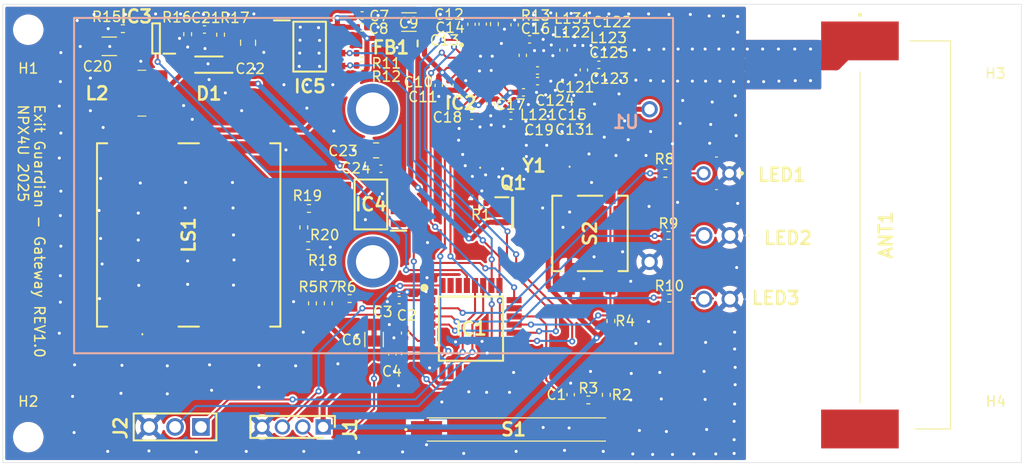
<source format=kicad_pcb>
(kicad_pcb (version 20241229) (generator "pcbnew") (generator_version "9.0")
  (title_block (title "Gateway") (date "2025-10-20") (rev "REV1.0") (company "NPX4U"))
  (layers (0 "F.Cu" signal) (2 "B.Cu" signal) (13 "F.Paste" user) (15 "B.Paste" user) (5 "F.SilkS" user "F.Silkscreen") (7 "B.SilkS" user "B.Silkscreen") (1 "F.Mask" user) (3 "B.Mask" user) (25 "Edge.Cuts" user))
  (net 0 "")
  (net 1 "GND")
  (net 2 "/RF/RF_LINE")
  (net 3 "DOOR")
  (net 4 "V_MEAS")
  (net 5 "NRST")
  (net 6 "VDD")
  (net 7 "RF_VDD")
  (net 8 "Net-(IC2-DCOUPL)")
  (net 9 "Net-(IC2-XOSC_Q1)")
  (net 10 "Net-(IC2-XOSC_Q2)")
  (net 11 "Net-(IC3-FB)")
  (net 12 "+12V")
  (net 14 "Net-(C121-Pad1)")
  (net 15 "Net-(C122-Pad2)")
  (net 16 "Net-(C123-Pad2)")
  (net 17 "Net-(C124-Pad2)")
  (net 18 "Net-(D1-A)")
  (net 19 "/MCU/SDI")
  (net 21 "/MCU/IRQ")
  (net 23 "LED_R")
  (net 26 "LED_B")
  (net 27 "/Buzzer/BZR_P")
  (net 28 "/MCU/SDO")
  (net 29 "BTN")
  (net 31 "SDA")
  (net 32 "/MCU/SCLK")
  (net 34 "TX")
  (net 35 "SCL")
  (net 37 "LED_Y")
  (net 39 "RX")
  (net 40 "SWIM")
  (net 42 "/Buzzer/BZR_N")
  (net 44 "/Buzzer/BZR_EN")
  (net 45 "/MCU/CS")
  (net 46 "Net-(IC2-RBIAS)")
  (net 47 "Net-(IC2-RF_N)")
  (net 49 "Net-(IC2-RF_P)")
  (net 51 "Net-(IC4-OUTA)")
  (net 53 "Net-(IC4-OUTB)")
  (net 54 "Net-(LED1-A)")
  (net 55 "Net-(LED2-A)")
  (net 56 "Net-(LED3-A)")
  (net 57 "Net-(LS1--_1)")
  (net 58 "Net-(LS1-+_1)")
  (net 59 "BAT_IN")
  (net 60 "Net-(Q1-G)")
  (net 61 "Net-(R2-Pad1)")
  (net 62 "Net-(R5-Pad1)")
  (footprint "Capacitor_SMD:C_0402_1005Metric" (layer "F.Cu") (at 225.515 116.92 90)
    (property "Reference" "C13")
    (property "Value" "1uF")
  )
  (footprint "MyParts:SOT95P237X112-3N" (layer "F.Cu") (at 229.55 135.4)
    (property "Reference" "Q1")
    (property "Value" "IRLML6402TRPBF" (hide yes))
  )
  (footprint "Resistor_SMD:R_0402_1005Metric" (layer "F.Cu") (at 227.765 116.9 90)
    (property "Reference" "R13")
    (property "Value" "56K")
  )
  (footprint "MyParts:SOIC127P599X173-8N" (layer "F.Cu") (at 215.638 134.605 180)
    (property "Reference" "IC4")
    (property "Value" "MIC4427YM" (hide yes))
  )
  (footprint "MyParts:SOIC127P602X173-8N" (layer "F.Cu") (at 209.625 119.115)
    (property "Reference" "IC5")
    (property "Value" "MB85RC64TAPNF-G-BDERE1" (hide yes))
  )
  (footprint "Capacitor_SMD:C_0402_1005Metric" (layer "F.Cu") (at 234.55 119.45 -90)
    (property "Reference" "C122")
    (property "Value" "8.2pF")
  )
  (footprint "Capacitor_SMD:C_0402_1005Metric" (layer "F.Cu") (at 226.615 116.9 90)
    (property "Reference" "C12")
    (property "Value" "100nF")
  )
  (footprint "Resistor_SMD:R_0402_1005Metric" (layer "F.Cu") (at 209.05 136.86 -90)
    (property "Reference" "R20")
    (property "Value" "1M")
  )
  (footprint "Capacitor_SMD:C_0402_1005Metric" (layer "F.Cu") (at 214.78 116.05)
    (property "Reference" "C7")
    (property "Value" "1uF")
  )
  (footprint "Resistor_SMD:R_0402_1005Metric" (layer "F.Cu") (at 191.29 117.35)
    (property "Reference" "R15")
    (property "Value" "100K")
  )
  (footprint "Capacitor_SMD:C_0402_1005Metric" (layer "F.Cu") (at 232 122.5 180)
    (property "Reference" "C124")
    (property "Value" "220pF")
  )
  (footprint "Capacitor_SMD:C_0402_1005Metric" (layer "F.Cu") (at 227.415 124.72 -90)
    (property "Reference" "C17")
    (property "Value" "100nF")
  )
  (footprint "MyParts:QFP80P900X900X160-32N" (layer "F.Cu") (at 225.462 146.8)
    (property "Reference" "IC1")
    (property "Value" "STM8L151K4T6" (hide yes))
  )
  (footprint "Resistor_SMD:R_0402_1005Metric" (layer "F.Cu") (at 214.75 120.96)
    (property "Reference" "R12")
    (property "Value" "10K")
  )
  (footprint "Capacitor_SMD:C_0402_1005Metric" (layer "F.Cu") (at 238.02 120.9)
    (property "Reference" "C125")
    (property "Value" "220pF")
  )
  (footprint "Capacitor_SMD:C_0402_1005Metric" (layer "F.Cu") (at 225.535 125.9)
    (property "Reference" "C18")
    (property "Value" "12pF")
  )
  (footprint "Capacitor_SMD:C_0402_1005Metric" (layer "F.Cu") (at 231.22 118.4)
    (property "Reference" "C16")
    (property "Value" "100nF")
  )
  (footprint "Capacitor_SMD:C_0402_1005Metric" (layer "F.Cu") (at 235.25 153.28 90)
    (property "Reference" "C1")
    (property "Value" "100nF")
  )
  (footprint "Capacitor_SMD:C_0402_1005Metric" (layer "F.Cu") (at 229.75 116.97 90)
    (property "Reference" "C14")
    (property "Value" "100nF")
  )
  (footprint "MyParts:MASM14R810" (layer "F.Cu") (at 229.925 156.7)
    (property "Reference" "S1")
    (property "Value" "MASM-14R-8-10" (hide yes))
  )
  (footprint "MyParts:BLM18SP221SN1B" (layer "F.Cu") (at 220.225 118.8)
    (property "Reference" "FB1")
    (property "Value" "BLM18KG601SN1D" (hide yes))
  )
  (footprint "Resistor_SMD:R_0402_1005Metric" (layer "F.Cu") (at 244.55 131.55)
    (property "Reference" "R8")
    (property "Value" "100")
  )
  (footprint "Resistor_SMD:R_0402_1005Metric" (layer "F.Cu") (at 209.9 144.31 -90)
    (property "Reference" "R5")
    (property "Value" "1M")
  )
  (footprint "Capacitor_SMD:C_0402_1005Metric" (layer "F.Cu") (at 218.42 143.995 180)
    (property "Reference" "C3")
    (property "Value" "10nF")
  )
  (footprint "MyParts:CD43NP100MC" (layer "F.Cu") (at 193.155 123.68 -90)
    (property "Reference" "L2")
    (property "Value" "CD43NP-100MC" (hide yes))
  )
  (footprint "Capacitor_SMD:C_0402_1005Metric" (layer "F.Cu") (at 232 121.45 180)
    (property "Reference" "C121")
    (property "Value" "3.9pF")
  )
  (footprint "Inductor_SMD:L_0402_1005Metric" (layer "F.Cu") (at 236.015 119.95)
    (property "Reference" "L123")
    (property "Value" "27nH")
  )
  (footprint "MyParts:NX3225GA26000MSTDCRG2" (layer "F.Cu") (at 227.465 129.049999)
    (property "Reference" "Y1")
    (property "Value" "NX3225GA-26.000M-STD-CRG-2" (hide yes))
  )
  (footprint "Resistor_SMD:R_0402_1005Metric" (layer "F.Cu") (at 236.99 153.8 180)
    (property "Reference" "R3")
    (property "Value" "100K")
  )
  (footprint "Resistor_SMD:R_0402_1005Metric" (layer "F.Cu") (at 209.56 135)
    (property "Reference" "R19")
    (property "Value" "33R")
  )
  (footprint "Capacitor_SMD:C_0402_1005Metric" (layer "F.Cu") (at 216.62 131.1 180)
    (property "Reference" "C24")
    (property "Value" "100nF")
  )
  (footprint "Inductor_SMD:L_0402_1005Metric" (layer "F.Cu") (at 230.55 121.935 -90)
    (property "Reference" "L121")
    (property "Value" "27nH")
  )
  (footprint "MountingHole:MountingHole_2.5mm" (layer "F.Cu") (at 182 157.45)
    (property "Reference" "H2")
    (property "Value" "MountingHole")
  )
  (footprint "Resistor_SMD:R_0402_1005Metric" (layer "F.Cu") (at 226.44 134.45 180)
    (property "Reference" "R1")
    (property "Value" "100K")
  )
  (footprint "Capacitor_SMD:C_0402_1005Metric" (layer "F.Cu") (at 229.385 125.9 180)
    (property "Reference" "C19")
    (property "Value" "12pF")
  )
  (footprint "MyParts:HDRV4W55P0X200_1X4_800X200X635P" (layer "F.Cu") (at 210.95 156.45 180)
    (property "Reference" "J1")
    (property "Value" "G8250041000YEU" (hide yes))
  )
  (footprint "Capacitor_SMD:C_0402_1005Metric" (layer "F.Cu") (at 230.55 119.97 90)
    (property "Reference" "C131")
    (property "Value" "3.9pF")
  )
  (footprint "Capacitor_SMD:C_1206_3216Metric" (layer "F.Cu") (at 215.95 147.87 90)
    (property "Reference" "C6")
    (property "Value" "47uF, 6.3V")
  )
  (footprint "Capacitor_SMD:C_0402_1005Metric" (layer "F.Cu") (at 217.75 149.275 90)
    (property "Reference" "C4")
    (property "Value" "1uF")
  )
  (footprint "MountingHole:MountingHole_2.5mm" (layer "F.Cu") (at 277 117.45)
    (property "Reference" "H3")
    (property "Value" "MountingHole")
  )
  (footprint "Resistor_SMD:R_0402_1005Metric" (layer "F.Cu") (at 213.55 143.85 180)
    (property "Reference" "R6")
    (property "Value" "510K")
  )
  (footprint "Capacitor_SMD:C_0402_1005Metric" (layer "F.Cu") (at 214.77 117.21)
    (property "Reference" "C8")
    (property "Value" "100nF")
  )
  (footprint "Capacitor_SMD:C_0805_2012Metric" (layer "F.Cu") (at 216.15 129.3 180)
    (property "Reference" "C23")
    (property "Value" "4.7uF, 25V")
  )
  (footprint "Capacitor_SMD:C_0402_1005Metric" (layer "F.Cu") (at 236.55 121.4 90)
    (property "Reference" "C123")
    (property "Value" "5.6pF")
  )
  (footprint "Capacitor_SMD:C_0402_1005Metric" (layer "F.Cu") (at 219 147.23 -90)
    (property "Reference" "C2")
    (property "Value" "100nF")
  )
  (footprint "Resistor_SMD:R_0402_1005Metric" (layer "F.Cu") (at 209.49 138.65)
    (property "Reference" "R18")
    (property "Value" "33R")
  )
  (footprint "Resistor_SMD:R_0402_1005Metric" (layer "F.Cu") (at 197.65 117.89 90)
    (property "Reference" "R16")
    (property "Value" "130K")
  )
  (footprint "MyParts:PKMCS1818E20A0R1" (layer "F.Cu") (at 197.75 137.6 90)
    (property "Reference" "LS1")
    (property "Value" "PKMCS1818E20A0-R1" (hide yes))
  )
  (footprint "Resistor_SMD:R_0402_1005Metric" (layer "F.Cu") (at 244.85 137.65)
    (property "Reference" "R9")
    (property "Value" "50")
  )
  (footprint "Resistor_SMD:R_0402_1005Metric" (layer "F.Cu") (at 200.88 117.94 90)
    (property "Reference" "R17")
    (property "Value" "1.15M")
  )
  (footprint "Capacitor_SMD:C_0402_1005Metric" (layer "F.Cu") (at 199.3 117.43 180)
    (property "Reference" "C21")
    (property "Value" "4.7pF")
  )
  (footprint "MyParts:SOT95P280X100-5N" (layer "F.Cu") (at 194.55 118.3 180)
    (property "Reference" "IC3")
    (property "Value" "LT1615ES5-1#TRMPBF" (hide yes))
  )
  (footprint "MountingHole:MountingHole_2.5mm" (layer "F.Cu") (at 182 117.45)
    (property "Reference" "H1")
    (property "Value" "MountingHole")
  )
  (footprint "Resistor_SMD:R_0402_1005Metric" (layer "F.Cu") (at 239.2 146.05 -90)
    (property "Reference" "R4")
    (property "Value" "10K")
  )
  (footprint "Capacitor_SMD:C_0402_1005Metric" (layer "F.Cu") (at 230.62 123.6)
    (property "Reference" "C15")
    (property "Value" "100nF")
  )
  (footprint "MyParts:WP710A10LVBCD" (layer "F.Cu") (at 250.8365 131.55 180)
    (property "Reference" "LED1")
    (property "Value" "WP710A10LVBC_D" (hide yes))
  )
  (footprint "Resistor_SMD:R_0402_1005Metric" (layer "F.Cu") (at 214.74 119.76)
    (property "Reference" "R11")
    (property "Value" "10K")
  )
  (footprint "Capacitor_SMD:C_0402_1005Metric" (layer "F.Cu") (at 219 149.245 90)
    (property "Reference" "C5" (hide yes))
    (property "Value" "100nF")
  )
  (footprint "Resistor_SMD:R_0402_1005Metric" (layer "F.Cu") (at 211.45 144.31 -90)
    (property "Reference" "R7")
    (property "Value" "1K")
  )
  (footprint "Capacitor_SMD:C_1206_3216Metric" (layer "F.Cu") (at 189.955 119.08 180)
    (property "Reference" "C20")
    (property "Value" "22uF, 6.3V")
  )
  (footprint "Inductor_SMD:L_0402_1005Metric" (layer "F.Cu") (at 232.015 120.45)
    (property "Reference" "L131")
    (property "Value" "27nH")
  )
  (footprint "Resistor_SMD:R_0402_1005Metric" (layer "F.Cu") (at 238.75 153.3 90)
    (property "Reference" "R2")
    (property "Value" "1M")
  )
  (footprint "MyParts:TLHR4400AS12Z" (layer "F.Cu") (at 248.3465 143.9)
    (property "Reference" "LED3")
    (property "Value" "TLHR4400-AS12Z" (hide yes))
  )
  (footprint "Capacitor_SMD:C_0402_1005Metric" (layer "F.Cu") (at 223.35 122.92 -90)
    (property "Reference" "C11")
    (property "Value" "100nF")
  )
  (footprint "Capacitor_SMD:C_0805_2012Metric" (layer "F.Cu") (at 203.58 118.73 -90)
    (property "Reference" "C22")
    (property "Value" "4.7uF, 25V")
  )
  (footprint "MyParts:QFN50P400X400X100-21N-D" (layer "F.Cu") (at 226.9 120.7)
    (property "Reference" "IC2")
    (property "Value" "CC1101RGPR" (hide yes))
  )
  (footprint "Capacitor_SMD:C_0402_1005Metric" (layer "F.Cu") (at 222.3 122.92 -90)
    (property "Reference" "C10")
    (property "Value" "100nF")
  )
  (footprint "Resistor_SMD:R_0402_1005Metric" (layer "F.Cu") (at 244.94 143.8)
    (property "Reference" "R10")
    (property "Value" "50")
  )
  (footprint "MyParts:HDRV3W66P0X254_1X3_762X254X855P" (layer "F.Cu") (at 198.95 156.45 180)
    (property "Reference" "J2")
    (property "Value" "M20-9770342" (hide yes))
  )
  (footprint "Capacitor_SMD:C_1206_3216Metric" (layer "F.Cu") (at 219.375 116.7)
    (property "Reference" "C9")
    (property "Value" "47uF, 6.3V")
  )
  (footprint "MyParts:SOD3716X135N" (layer "F.Cu") (at 199.73 120.88 180)
    (property "Reference" "D1")
    (property "Value" "MBR0520LT3G" (hide yes))
  )
  (footprint "MyParts:TLHY4400AS12Z" (layer "F.Cu") (at 250.8865 137.65 180)
    (property "Reference" "LED2")
    (property "Value" "TLHY4400-AS12Z" (hide yes))
  )
  (footprint "Inductor_SMD:L_0402_1005Metric" (layer "F.Cu") (at 234.065 120.95)
    (property "Reference" "L122")
    (property "Value" "22nH")
  )
  (footprint "MountingHole:MountingHole_2.5mm" (layer "F.Cu") (at 277 157.45)
    (property "Reference" "H4")
    (property "Value" "MountingHole")
  )
  (footprint "MyParts:TL6120DF160QG" (layer "F.Cu") (at 237.15 137.45 -90)
    (property "Reference" "S2")
    (property "Value" "TL6120DF160QG" (hide yes))
  )
  (footprint "MyParts:ANT433HESM" (layer "F.Cu") (at 272.54 137.6 -90)
    (property "Reference" "ANT1")
    (property "Value" "ANT-433-HESM" (hide yes))
  )
  (footprint "MyParts:2462" (layer "B.Cu") (at 243 125.26)
    (property "Reference" "U1")
    (property "Value" "2462" (hide yes))
  )
  (gr_rect (start 179.5 114.95) (end 279.5 159.95) (stroke (width 0.05)) (fill no) (layer "Edge.Cuts"))
  (gr_text "Exit Guardian - Gateway REV1.0\nNPX4U 2025" (at 180.9 124.7 270) (layer "F.SilkS") (effects (font (size 1 1)) (justify left bottom)))
  (segment (start 226.4 118.8) (end 226.4 120.05) (width 0.2) (layer "F.Cu") (net 1))
  (segment (start 226.015 127.899998) (end 226.365 128.249998) (width 0.5) (layer "F.Cu") (net 1))
  (segment (start 226.015 126.665) (end 226.35 127) (width 0.5) (layer "F.Cu") (net 1))
  (segment (start 188.5 119.1) (end 188.48 119.08) (width 0.5) (layer "F.Cu") (net 1))
  (segment (start 215.26 117.2) (end 215.25 117.21) (width 0.2) (layer "F.Cu") (net 1))
  (segment (start 217.17 133.97) (end 216.75 133.55) (width 0.5) (layer "F.Cu") (net 1))
  (segment (start 218.35 133.97) (end 217.17 133.97) (width 0.5) (layer "F.Cu") (net 1))
  (segment (start 206.9 117.21) (end 208.69 117.21) (width 0.5) (layer "F.Cu") (net 1))
  (segment (start 197.65 118.4) (end 197.65 119.15) (width 0.5) (layer "F.Cu") (net 1))
  (segment (start 190.78 117.35) (end 189.85 117.35) (width 0.5) (layer "F.Cu") (net 1))
  (segment (start 226.3 121.5) (end 226.3 121.55) (width 0.2) (layer "F.Cu") (net 1))
  (segment (start 196.85 118.3) (end 197.55 118.3) (width 0.5) (layer "F.Cu") (net 1))
  (segment (start 235.25 152.8) (end 235.25 152.15) (width 0.5) (layer "F.Cu") (net 1))
  (segment (start 226.4 120.2) (end 226.9 120.7) (width 0.2) (layer "F.Cu") (net 1))
  (segment (start 226.365 127.015) (end 226.35 127) (width 0.5) (layer "F.Cu") (net 1))
  (segment (start 215.2 129.3) (end 213.95 129.3) (width 0.5) (layer "F.Cu") (net 1))
  (segment (start 231.1 123.6) (end 231.9 123.6) (width 0.5) (layer "F.Cu") (net 1))
  (segment (start 214.06 143.85) (end 216.95 143.85) (width 0.5) (layer "F.Cu") (net 1))
  (segment (start 226.9 120.7) (end 227.45 121.25) (width 0.2) (layer "F.Cu") (net 1))
  (segment (start 235.15 141.9) (end 236.55 141.9) (width 0.5) (layer "F.Cu") (net 1))
  (segment (start 208.7 118.5) (end 208.68 118.48) (width 0.5) (layer "F.Cu") (net 1))
  (segment (start 228.75 117.284956) (end 228.75 117.4) (width 0.5) (layer "F.Cu") (net 1))
  (segment (start 195.85 118.3) (end 196.85 118.3) (width 0.5) (layer "F.Cu") (net 1))
  (segment (start 219.95 154) (end 222.6 154) (width 1) (layer "F.Cu") (net 1))
  (segment (start 219.35 143.05) (end 221.05 143.05) (width 0.2) (layer "F.Cu") (net 1))
  (segment (start 228.905 126.745) (end 228.7 126.95) (width 0.5) (layer "F.Cu") (net 1))
  (segment (start 228.905 125.9) (end 228.905 126.745) (width 0.5) (layer "F.Cu") (net 1))
  (segment (start 227.9 119.7) (end 227.55 120.05) (width 0.2) (layer "F.Cu") (net 1))
  (segment (start 219.2 143.2) (end 219.35 143.05) (width 0.2) (layer "F.Cu") (net 1))
  (segment (start 203.6 119.7) (end 203.58 119.68) (width 0.5) (layer "F.Cu") (net 1))
  (segment (start 231.7 118.4) (end 232.55 118.4) (width 0.5) (layer "F.Cu") (net 1))
  (segment (start 226.3 121.3) (end 226.9 120.7) (width 0.2) (layer "F.Cu") (net 1))
  (segment (start 215.25 117.21) (end 216.34 117.21) (width 0.5) (layer "F.Cu") (net 1))
  (segment (start 219.035 148.8) (end 219 148.765) (width 0.5) (layer "F.Cu") (net 1))
  (segment (start 227.45 121.25) (end 227.45 121.45) (width 0.2) (layer "F.Cu") (net 1))
  (segment (start 217.75 148.795) (end 217.75 147.85) (width 0.5) (layer "F.Cu") (net 1))
  (segment (start 206.85 119.7) (end 206.9 119.75) (width 0.5) (layer "F.Cu") (net 1))
  (segment (start 205.125 119.675) (end 205.15 119.65) (width 0.5) (layer "F.Cu") (net 1))
  (segment (start 187.12 119.08) (end 187.1 119.1) (width 0.5) (layer "F.Cu") (net 1))
  (segment (start 226.645 116.39) (end 226.615 116.42) (width 0.5) (layer "F.Cu") (net 1))
  (segment (start 227.55 120.05) (end 226.9 120.7) (width 0.2) (layer "F.Cu") (net 1))
  (segment (start 205.12 119.68) (end 205.125 119.675) (width 0.5) (layer "F.Cu") (net 1))
  (segment (start 227.415 125.885) (end 227.4 125.9) (width 0.5) (layer "F.Cu") (net 1))
  (segment (start 217.445 146.395) (end 217.45 146.4) (width 0.5) (layer "F.Cu") (net 1))
  (segment (start 226.4 120.05) (end 226.4 120.2) (width 0.2) (layer "F.Cu") (net 1))
  (segment (start 235.15 152.7) (end 235.25 152.8) (width 0.2) (layer "F.Cu") (net 1))
  (segment (start 193.87 156.45) (end 193.87 156.92) (width 0.2) (layer "F.Cu") (net 1))
  (segment (start 203.58 119.68) (end 205.12 119.68) (width 0.5) (layer "F.Cu") (net 1))
  (segment (start 216.34 117.21) (end 216.35 117.2) (width 0.5) (layer "F.Cu") (net 1))
  (segment (start 206.9 118.48) (end 208.68 118.48) (width 0.5) (layer "F.Cu") (net 1))
  (segment (start 208.69 117.21) (end 208.7 117.2) (width 0.5) (layer "F.Cu") (net 1))
  (segment (start 227.9 118.8) (end 228.45 118.8) (width 0.2) (layer "F.Cu") (net 1))
  (segment (start 227.855044 116.39) (end 228.75 117.284956) (width 0.5) (layer "F.Cu") (net 1))
  (segment (start 227.765 116.39) (end 227.855044 116.39) (width 0.5) (layer "F.Cu") (net 1))
  (segment (start 226.525 133.275) (end 225.93 133.87) (width 0.2) (layer "F.Cu") (net 1))
  (segment (start 219 147.71) (end 217.91 147.71) (width 0.5) (layer "F.Cu") (net 1))
  (segment (start 235.62 118.97) (end 234.55 118.97) (width 0.5) (layer "F.Cu") (net 1))
  (segment (start 226.365 128.249998) (end 226.365 127.015) (width 0.5) (layer "F.Cu") (net 1))
  (segment (start 217.75 147.85) (end 217.9 147.7) (width 0.5) (layer "F.Cu") (net 1))
  (segment (start 216.14 131.1) (end 215.3 131.1) (width 0.5) (layer "F.Cu") (net 1))
  (segment (start 217.94 143.995) (end 217.405 143.995) (width 0.5) (layer "F.Cu") (net 1))
  (segment (start 210.62 118.48) (end 210.6 118.5) (width 0.5) (layer "F.Cu") (net 1))
  (segment (start 231.35 119.5) (end 231.7 119.5) (width 0.5) (layer "F.Cu") (net 1))
  (segment (start 235.15 133) (end 235.15 135.35) (width 0.5) (layer "F.Cu") (net 1))
  (segment (start 231.69 119.49) (end 231.7 119.5) (width 0.5) (layer "F.Cu") (net 1))
  (segment (start 221.1 156.7) (end 221.1 158.2) (width 0.5) (layer "F.Cu") (net 1))
  (segment (start 228.565 129.85) (end 228.565 131.1) (width 0.5) (layer "F.Cu") (net 1))
  (segment (start 224.6 116.419) (end 225.494 116.419) (width 0.5) (layer "F.Cu") (net 1))
  (segment (start 219.03 148.795) (end 219 148.765) (width 0.2) (layer "F.Cu") (net 1))
  (segment (start 218.35 152.4) (end 219.95 154) (width 1) (layer "F.Cu") (net 1))
  (segment (start 215.3 131.1) (end 215.05 130.85) (width 0.5) (layer "F.Cu") (net 1))
  (segment (start 197.55 118.3) (end 197.65 118.4) (width 0.5) (layer "F.Cu") (net 1))
  (segment (start 217.91 147.71) (end 217.9 147.7) (width 0.5) (layer "F.Cu") (net 1))
  (segment (start 215.26 116.05) (end 216.35 116.05) (width 0.5) (layer "F.Cu") (net 1))
  (segment (start 226.595 116.44) (end 226.615 116.42) (width 0.5) (layer "F.Cu") (net 1))
  (segment (start 235.77 121.88) (end 235.75 121.9) (width 0.5) (layer "F.Cu") (net 1))
  (segment (start 226.015 125.9) (end 226.015 126.665) (width 0.5) (layer "F.Cu") (net 1))
  (segment (start 225.93 133.87) (end 225.93 134.45) (width 0.2) (layer "F.Cu") (net 1))
  (segment (start 232.48 122.5) (end 233.3 122.5) (width 0.5) (layer "F.Cu") (net 1))
  (segment (start 217.405 143.995) (end 217.25 144.15) (width 0.5) (layer "F.Cu") (net 1))
  (segment (start 226.615 116.42) (end 227.735 116.42) (width 0.5) (layer "F.Cu") (net 1))
  (segment (start 219.35 116.7) (end 220.85 116.7) (width 0.5) (layer "F.Cu") (net 1))
  (segment (start 206.9 121.02) (end 208.57 121.02) (width 0.5) (layer "F.Cu") (net 1))
  (segment (start 224.6 116.37) (end 224.6 116.419) (width 0.5) (layer "F.Cu") (net 1))
  (segment (start 221.05 143.05) (end 221.05 143.162) (width 0.2) (layer "F.Cu") (net 1))
  (segment (start 226.3 121.3) (end 226.3 121.5) (width 0.2) (layer "F.Cu") (net 1))
  (segment (start 230.55 119.49) (end 231.69 119.49) (width 0.5) (layer "F.Cu") (net 1))
  (segment (start 225.93 134.45) (end 225.93 134.317528) (width 0.5) (layer "F.Cu") (net 1))
  (segment (start 218.97 148.795) (end 219 148.765) (width 0.5) (layer "F.Cu") (net 1))
  (segment (start 206.9 119.75) (end 208.65 119.75) (width 0.5) (layer "F.Cu") (net 1))
  (segment (start 215.95 146.395) (end 217.445 146.395) (width 0.5) (layer "F.Cu") (net 1))
  (segment (start 216.95 143.85) (end 217.25 144.15) (width 0.5) (layer "F.Cu") (net 1))
  (segment (start 222.3 124) (end 222.3 123.4) (width 0.5) (layer "F.Cu") (net 1))
  (segment (start 218.33 133.95) (end 218.35 133.97) (width 0.2) (layer "F.Cu") (net 1))
  (segment (start 188.48 119.08) (end 187.12 119.08) (width 0.5) (layer "F.Cu") (net 1))
  (segment (start 236.55 121.88) (end 235.77 121.88) (width 0.5) (layer "F.Cu") (net 1))
  (segment (start 212.35 118.48) (end 210.62 118.48) (width 0.5) (layer "F.Cu") (net 1))
  (segment (start 225.515 116.44) (end 226.595 116.44) (width 0.5) (layer "F.Cu") (net 1))
  (segment (start 235.65 119) (end 235.62 118.97) (width 0.5) (layer "F.Cu") (net 1))
  (segment (start 219 147.58) (end 219 148.765) (width 0.5) (layer "F.Cu") (net 1))
  (segment (start 208.57 121.02) (end 208.6 121.05) (width 0.5) (layer "F.Cu") (net 1))
  (segment (start 227.415 125.2) (end 227.415 125.885) (width 0.5) (layer "F.Cu") (net 1))
  (segment (start 225.494 116.419) (end 225.515 116.44) (width 0.5) (layer "F.Cu") (net 1))
  (segment (start 223.35 124.05) (end 223.35 123.4) (width 0.5) (layer "F.Cu") (net 1))
  (segment (start 227.735 116.42) (end 227.765 116.39) (width 0.5) (layer "F.Cu") (net 1))
  (segment (start 227.9 118.8) (end 227.9 119.7) (width 0.2) (layer "F.Cu") (net 1))
  (via (at 244 151.1) (size 0.6) (drill 0.3) (layers "F.Cu" "B.Cu") (net 1))
  (via (at 230.9 129.9) (size 0.6) (drill 0.3) (layers "F.Cu" "B.Cu") (net 1))
  (via (at 244.4 119.35) (size 0.6) (drill 0.3) (layers "F.Cu" "B.Cu") (net 1))
  (via (at 204.65 152.55) (size 0.6) (drill 0.3) (layers "F.Cu" "B.Cu") (net 1))
  (via (at 234.4 127.45) (size 0.6) (drill 0.3) (layers "F.Cu" "B.Cu") (net 1))
  (via (at 235.3 115.85) (size 0.6) (drill 0.3) (layers "F.Cu" "B.Cu") (net 1))
  (via (at 223.35 124.05) (size 0.6) (drill 0.3) (layers "F.Cu" "B.Cu") (net 1))
  (via (at 225.6 131.85) (size 0.6) (drill 0.3) (layers "F.Cu" "B.Cu") (net 1))
  (via (at 238.55 128) (size 0.6) (drill 0.3) (layers "F.Cu" "B.Cu") (net 1))
  (via (at 234.65 158.75) (size 0.6) (drill 0.3) (layers "F.Cu" "B.Cu") (net 1))
  (via (at 189.35 127.05) (size 0.6) (drill 0.3) (layers "F.Cu" "B.Cu") (net 1))
  (via (at 185.15 144.2) (size 0.6) (drill 0.3) (layers "F.Cu" "B.Cu") (net 1))
  (via (at 233.35 118.95) (size 0.6) (drill 0.3) (layers "F.Cu" "B.Cu") (net 1))
  (via (at 241.2 151.2) (size 0.6) (drill 0.3) (layers "F.Cu" "B.Cu") (net 1))
  (via (at 232.8 123.85) (size 0.6) (drill 0.3) (layers "F.Cu" "B.Cu") (net 1))
  (via (at 231.9 123.6) (size 0.6) (drill 0.3) (layers "F.Cu" "B.Cu") (net 1))
  (via (at 195.65 150.45) (size 0.6) (drill 0.3) (layers "F.Cu" "B.Cu") (net 1))
  (via (at 192.8 138.1) (size 0.6) (drill 0.3) (layers "F.Cu" "B.Cu") (net 1))
  (via (at 243.3 159.15) (size 0.6) (drill 0.3) (layers "F.Cu" "B.Cu") (net 1))
  (via (at 226.55 148.05) (size 0.6) (drill 0.3) (layers "F.Cu" "B.Cu") (net 1))
  (via (at 216.75 133.55) (size 0.6) (drill 0.3) (layers "F.Cu" "B.Cu") (net 1))
  (via (at 230.9 128.8) (size 0.6) (drill 0.3) (layers "F.Cu" "B.Cu") (net 1))
  (via (at 235.75 121.9) (size 0.6) (drill 0.3) (layers "F.Cu" "B.Cu") (net 1))
  (via (at 243.1 127.45) (size 0.6) (drill 0.3) (layers "F.Cu" "B.Cu") (net 1))
  (via (at 255.65 119.35) (size 0.6) (drill 0.3) (layers "F.Cu" "B.Cu") (net 1))
  (via (at 200 152.85) (size 0.6) (drill 0.3) (layers "F.Cu" "B.Cu") (net 1))
  (via (at 188.95 135.2) (size 0.6) (drill 0.3) (layers "F.Cu" "B.Cu") (net 1))
  (via (at 233.55 117.95) (size 0.6) (drill 0.3) (layers "F.Cu" "B.Cu") (net 1))
  (via (at 185.15 122.55) (size 0.6) (drill 0.3) (layers "F.Cu" "B.Cu") (net 1))
  (via (at 235.65 119) (size 0.6) (drill 0.3) (layers "F.Cu" "B.Cu") (net 1))
  (via (at 236.55 141.9) (size 0.6) (drill 0.3) (layers "F.Cu" "B.Cu") (net 1))
  (via (at 251.3 159.05) (size 0.6) (drill 0.3) (layers "F.Cu" "B.Cu") (net 1))
  (via (at 218.75 158.9) (size 0.6) (drill 0.3) (layers "F.Cu" "B.Cu") (net 1))
  (via (at 208.65 119.75) (size 0.6) (drill 0.3) (layers "F.Cu" "B.Cu") (net 1))
  (via (at 202.1 134.95) (size 0.6) (drill 0.3) (layers "F.Cu" "B.Cu") (net 1))
  (via (at 233.5 120) (size 0.6) (drill 0.3) (layers "F.Cu" "B.Cu") (net 1))
  (via (at 196.85 118.3) (size 0.6) (drill 0.3) (layers "F.Cu" "B.Cu") (net 1))
  (via (at 209.35 125.15) (size 0.6) (drill 0.3) (layers "F.Cu" "B.Cu") (net 1))
  (via (at 240.35 139.25) (size 0.6) (drill 0.3) (layers "F.Cu" "B.Cu") (net 1))
  (via (at 248.35 151) (size 0.6) (drill 0.3) (layers "F.Cu" "B.Cu") (net 1))
  (via (at 249.15 124.55) (size 0.6) (drill 0.3) (layers "F.Cu" "B.Cu") (net 1))
  (via (at 232.5 134.95) (size 0.6) (drill 0.3) (layers "F.Cu" "B.Cu") (net 1))
  (via (at 193.85 158.8) (size 0.6) (drill 0.3) (layers "F.Cu" "B.Cu") (net 1))
  (via (at 197.65 142.45) (size 0.6) (drill 0.3) (layers "F.Cu" "B.Cu") (net 1))
  (via (at 192.8 140.1) (size 0.6) (drill 0.3) (layers "F.Cu" "B.Cu") (net 1))
  (via (at 197.4 134.95) (size 0.6) (drill 0.3) (layers "F.Cu" "B.Cu") (net 1))
  (via (at 249.9 122.5) (size 0.6) (drill 0.3) (layers "F.Cu" "B.Cu") (net 1))
  (via (at 247.35 159.1) (size 0.6) (drill 0.3) (layers "F.Cu" "B.Cu") (net 1))
  (via (at 203.4 158.85) (size 0.6) (drill 0.3) (layers "F.Cu" "B.Cu") (net 1))
  (via (at 234.45 122.4) (size 0.6) (drill 0.3) (layers "F.Cu" "B.Cu") (net 1))
  (via (at 241.15 153.8) (size 0.6) (drill 0.3) (layers "F.Cu" "B.Cu") (net 1))
  (via (at 230.85 126.45) (size 0.6) (drill 0.3) (layers "F.Cu" "B.Cu") (net 1))
  (via (at 219.2 143.2) (size 0.6) (drill 0.3) (layers "F.Cu" "B.Cu") (net 1))
  (via (at 193.05 120.55) (size 0.6) (drill 0.3) (layers "F.Cu" "B.Cu") (net 1))
  (via (at 226.35 127) (size 0.6) (drill 0.3) (layers "F.Cu" "B.Cu") (net 1))
  (via (at 237.25 119) (size 0.6) (drill 0.3) (layers "F.Cu" "B.Cu") (net 1))
  (via (at 186.5 157) (size 0.6) (drill 0.3) (layers "F.Cu" "B.Cu") (net 1))
  (via (at 237.2 151) (size 0.6) (drill 0.3) (layers "F.Cu" "B.Cu") (net 1))
  (via (at 185.05 124.95) (size 0.6) (drill 0.3) (layers "F.Cu" "B.Cu") (net 1))
  (via (at 221.4 150.65) (size 0.6) (drill 0.3) (layers "F.Cu" "B.Cu") (net 1))
  (via (at 198.1 126.25) (size 0.6) (drill 0.3) (layers "F.Cu" "B.Cu") (net 1))
  (via (at 217.95 151) (size 0.6) (drill 0.3) (layers "F.Cu" "B.Cu") (net 1))
  (via (at 249 126.75) (size 0.6) (drill 0.3) (layers "F.Cu" "B.Cu") (net 1))
  (via (at 240 123.75) (size 0.6) (drill 0.3) (layers "F.Cu" "B.Cu") (net 1))
  (via (at 222.45 115.95) (size 0.6) (drill 0.3) (layers "F.Cu" "B.Cu") (net 1))
  (via (at 199.35 119.3) (size 0.6) (drill 0.3) (layers "F.Cu" "B.Cu") (net 1))
  (via (at 224.95 122.45) (size 0.6) (drill 0.3) (layers "F.Cu" "B.Cu") (net 1))
  (via (at 246 126.65) (size 0.6) (drill 0.3) (layers "F.Cu" "B.Cu") (net 1))
  (via (at 199.2 115.95) (size 0.6) (drill 0.3) (layers "F.Cu" "B.Cu") (net 1))
  (via (at 188.45 115.95) (size 0.6) (drill 0.3) (layers "F.Cu" "B.Cu") (net 1))
  (via (at 221.05 143.162) (size 0.6) (drill 0.3) (layers "F.Cu" "B.Cu") (net 1))
  (via (at 229.45 132) (size 0.6) (drill 0.3) (layers "F.Cu" "B.Cu") (net 1))
  (via (at 188.1 125.4) (size 0.6) (drill 0.3) (layers "F.Cu" "B.Cu") (net 1))
  (via (at 190 119.1) (size 0.6) (drill 0.3) (layers "F.Cu" "B.Cu") (net 1))
  (via (at 243.1 122.45) (size 0.6) (drill 0.3) (layers "F.Cu" "B.Cu") (net 1))
  (via (at 230.9 127.7) (size 0.6) (drill 0.3) (layers "F.Cu" "B.Cu") (net 1))
  (via (at 187.1 119.1) (size 0.6) (drill 0.3) (layers "F.Cu" "B.Cu") (net 1))
  (via (at 237.75 121.95) (size 0.6) (drill 0.3) (layers "F.Cu" "B.Cu") (net 1))
  (via (at 248.9 128.6) (size 0.6) (drill 0.3) (layers "F.Cu" "B.Cu") (net 1))
  (via (at 185.05 147.25) (size 0.6) (drill 0.3) (layers "F.Cu" "B.Cu") (net 1))
  (via (at 247.2 122.5) (size 0.6) (drill 0.3) (layers "F.Cu" "B.Cu") (net 1))
  (via (at 224.9 130.8) (size 0.6) (drill 0.3) (layers "F.Cu" "B.Cu") (net 1))
  (via (at 240.9 128.25) (size 0.6) (drill 0.3) (layers "F.Cu" "B.Cu") (net 1))
  (via (at 207.3 129.25) (size 0.6) (drill 0.3) (layers "F.Cu" "B.Cu") (net 1))
  (via (at 223.95 148.1) (size 0.6) (drill 0.3) (layers "F.Cu" "B.Cu") (net 1))
  (via (at 218.35 152.4) (size 0.6) (drill 0.3) (layers "F.Cu" "B.Cu") (net 1))
  (via (at 214.45 158.95) (size 0.6) (drill 0.3) (layers "F.Cu" "B.Cu") (net 1))
  (via (at 202.15 137.6) (size 0.6) (drill 0.3) (layers "F.Cu" "B.Cu") (net 1))
  (via (at 227 153.05) (size 0.6) (drill 0.3) (layers "F.Cu" "B.Cu") (net 1))
  (via (at 197.65 119.15) (size 0.6) (drill 0.3) (layers "F.Cu" "B.Cu") (net 1))
  (via (at 224.3 127.15) (size 0.6) (drill 0.3) (layers "F.Cu" "B.Cu") (net 1))
  (via (at 209.05 158.85) (size 0.6) (drill 0.3) (layers "F.Cu" "B.Cu") (net 1))
  (via (at 257.25 119.35) (size 0.6) (drill 0.3) (layers "F.Cu" "B.Cu") (net 1))
  (via (at 189.25 140.45) (size 0.6) (drill 0.3) (layers "F.Cu" "B.Cu") (net 1))
  (via (at 209.35 122.85) (size 0.6) (drill 0.3) (layers "F.Cu" "B.Cu") (net 1))
  (via (at 219.35 116.7) (size 0.6) (drill 0.3) (layers "F.Cu" "B.Cu") (net 1))
  (via (at 248.45 153.75) (size 0.6) (drill 0.3) (layers "F.Cu" "B.Cu") (net 1))
  (via (at 189.8 158.85) (size 0.6) (drill 0.3) (layers "F.Cu" "B.Cu") (net 1))
  (via (at 251.3 155.9) (size 0.6) (drill 0.3) (layers "F.Cu" "B.Cu") (net 1))
  (via (at 224.75 159.05) (size 0.6) (drill 0.3) (layers "F.Cu" "B.Cu") (net 1))
  (via (at 254.2 122.55) (size 0.6) (drill 0.3) (layers "F.Cu" "B.Cu") (net 1))
  (via (at 229.65 151.1) (size 0.6) (drill 0.3) (layers "F.Cu" "B.Cu") (net 1))
  (via (at 217.9 147.7) (size 0.6) (drill 0.3) (layers "F.Cu" "B.Cu") (net 1))
  (via (at 244.15 153.7) (size 0.6) (drill 0.3) (layers "F.Cu" "B.Cu") (net 1))
  (via (at 241.15 142.15) (size 0.6) (drill 0.3) (layers "F.Cu" "B.Cu") (net 1))
  (via (at 251.35 148.8) (size 0.6) (drill 0.3) (layers "F.Cu" "B.Cu") (net 1))
  (via (at 186.35 153.45) (size 0.6) (drill 0.3) (layers "F.Cu" "B.Cu") (net 1))
  (via (at 233.3 122.5) (size 0.6) (drill 0.3) (layers "F.Cu" "B.Cu") (net 1))
  (via (at 212.4 150.25) (size 0.6) (drill 0.3) (layers "F.Cu" "B.Cu") (net 1))
  (via (at 241.65 122.4) (size 0.6) (drill 0.3) (layers "F.Cu" "B.Cu") (net 1))
  (via (at 210.6 118.5) (size 0.6) (drill 0.3) (layers "F.Cu" "B.Cu") (net 1))
  (via (at 251.4 152.3) (size 0.6) (drill 0.3) (layers "F.Cu" "B.Cu") (net 1))
  (via (at 232.6 119.5) (size 0.6) (drill 0.3) (layers "F.Cu" "B.Cu") (net 1))
  (via (at 198.5 158.9) (size 0.6) (drill 0.3) (layers "F.Cu" "B.Cu") (net 1))
  (via (at 199.65 120.8) (size 0.6) (drill 0.3) (layers "F.Cu" "B.Cu") (net 1))
  (via (at 229.75 116.49) (size 0.6) (drill 0.3) (layers "F.Cu" "B.Cu") (net 1))
  (via (at 210.55 119.75) (size 0.6) (drill 0.3) (layers "F.Cu" "B.Cu") (net 1))
  (via (at 221.1 158.2) (size 0.6) (drill 0.3) (layers "F.Cu" "B.Cu") (net 1))
  (via (at 212 127.4) (size 0.6) (drill 0.3) (layers "F.Cu" "B.Cu") (net 1))
  (via (at 244.35 122.5) (size 0.6) (drill 0.3) (layers "F.Cu" "B.Cu") (net 1))
  (via (at 257.3 122.45) (size 0.6) (drill 0.3) (layers "F.Cu" "B.Cu") (net 1))
  (via (at 254.1 119.35) (size 0.6) (drill 0.3) (layers "F.Cu" "B.Cu") (net 1))
  (via (at 255.7 122.5) (size 0.6) (drill 0.3) (layers "F.Cu" "B.Cu") (net 1))
  (via (at 230.9 131.15) (size 0.6) (drill 0.3) (layers "F.Cu" "B.Cu") (net 1))
  (via (at 224.65 129.7) (size 0.6) (drill 0.3) (layers "F.Cu" "B.Cu") (net 1))
  (via (at 228.7 126.95) (size 0.6) (drill 0.3) (layers "F.Cu" "B.Cu") (net 1))
  (via (at 192.8 135.45) (size 0.6) (drill 0.3) (layers "F.Cu" "B.Cu") (net 1))
  (via (at 251.65 134.5) (size 0.6) (drill 0.3) (layers "F.Cu" "B.Cu") (net 1))
  (via (at 232.55 118.4) (size 0.6) (drill 0.3) (layers "F.Cu" "B.Cu") (net 1))
  (via (at 192.85 142.55) (size 0.6) (drill 0.3) (layers "F.Cu" "B.Cu") (net 1))
  (via (at 251.35 147.15) (size 0.6) (drill 0.3) (layers "F.Cu" "B.Cu") (net 1))
  (via (at 251.65 117.7) (size 0.6) (drill 0.3) (layers "F.Cu" "B.Cu") (net 1))
  (via (at 186.8 116.55) (size 0.6) (drill 0.3) (layers "F.Cu" "B.Cu") (net 1))
  (via (at 235.1 156.55) (size 0.6) (drill 0.3) (layers "F.Cu" "B.Cu") (net 1))
  (via (at 185.2 133.3) (size 0.6) (drill 0.3) (layers "F.Cu" "B.Cu") (net 1))
  (via (at 241.35 159.1) (size 0.6) (drill 0.3) (layers "F.Cu" "B.Cu") (net 1))
  (via (at 237.05 129.65) (size 0.6) (drill 0.3) (layers "F.Cu" "B.Cu") (net 1))
  (via (at 202.2 140.05) (size 0.6) (drill 0.3) (layers "F.Cu" "B.Cu") (net 1))
  (via (at 204.2 121.3) (size 0.6) (drill 0.3) (layers "F.Cu" "B.Cu") (net 1))
  (via (at 228.45 118.8) (size 0.6) (drill 0.3) (layers "F.Cu" "B.Cu") (net 1))
  (via (at 251.4 123.95) (size 0.6) (drill 0.3) (layers "F.Cu" "B.Cu") (net 1))
  (via (at 237.3 132.45) (size 0.6) (drill 0.3) (layers "F.Cu" "B.Cu") (net 1))
  (via (at 189.1 132.05) (size 0.6) (drill 0.3) (layers "F.Cu" "B.Cu") (net 1))
  (via (at 229.9 158.85) (size 0.6) (drill 0.3) (layers "F.Cu" "B.Cu") (net 1))
  (via (at 215.05 130.85) (size 0.6) (drill 0.3) (layers "F.Cu" "B.Cu") (net 1))
  (via (at 251.4 150.6) (size 0.6) (drill 0.3) (layers "F.Cu" "B.Cu") (net 1))
  (via (at 249.5 159.1) (size 0.6) (drill 0.3) (layers "F.Cu" "B.Cu") (net 1))
  (via (at 228.565 131.1) (size 0.6) (drill 0.3) (layers "F.Cu" "B.Cu") (net 1))
  (via (at 235.55 123.9) (size 0.6) (drill 0.3) (layers "F.Cu" "B.Cu") (net 1))
  (via (at 251.45 125.85) (size 0.6) (drill 0.3) (layers "F.Cu" "B.Cu") (net 1))
  (via (at 225.25 153) (size 0.6) (drill 0.3) (layers "F.Cu" "B.Cu") (net 1))
  (via (at 230.65 132.15) (size 0.6) (drill 0.3) (layers "F.Cu" "B.Cu") (net 1))
  (via (at 242 156.8) (size 0.6) (drill 0.3) (layers "F.Cu" "B.Cu") (net 1))
  (via (at 250.25 116.1) (size 0.6) (drill 0.3) (layers "F.Cu" "B.Cu") (net 1))
  (via (at 210.5 117.25) (size 0.6) (drill 0.3) (layers "F.Cu" "B.Cu") (net 1))
  (via (at 207.1 122.85) (size 0.6) (drill 0.3) (layers "F.Cu" "B.Cu") (net 1))
  (via (at 239 115.9) (size 0.6) (drill 0.3) (layers "F.Cu" "B.Cu") (net 1))
  (via (at 226.4 120.05) (size 0.6) (drill 0.3) (layers "F.Cu" "B.Cu") (net 1))
  (via (at 227.05 149.2) (size 0.6) (drill 0.3) (layers "F.Cu" "B.Cu") (net 1))
  (via (at 202.05 132.45) (size 0.6) (drill 0.3) (layers "F.Cu" "B.Cu") (net 1))
  (via (at 232.45 117.45) (size 0.6) (drill 0.3) (layers "F.Cu" "B.Cu") (net 1))
  (via (at 238.7 122.4) (size 0.6) (drill 0.3) (layers "F.Cu" "B.Cu") (net 1))
  (via (at 242.9 115.9) (size 0.6) (drill 0.3) (layers "F.Cu" "B.Cu") (net 1))
  (via (at 213.95 129.3) (size 0.6) (drill 0.3) (layers "F.Cu" "B.Cu") (net 1))
  (via (at 191.55 115.95) (size 0.6) (drill 0.3) (layers "F.Cu" "B.Cu") (net 1))
  (via (at 229.25 153.05) (size 0.6) (drill 0.3) (layers "F.Cu" "B.Cu") (net 1))
  (via (at 244.9 115.95) (size 0.6) (drill 0.3) (layers "F.Cu" "B.Cu") (net 1))
  (via (at 236.45 119) (size 0.6) (drill 0.3) (layers "F.Cu" "B.Cu") (net 1))
  (via (at 216.35 116.05) (size 0.6) (drill 0.3) (layers "F.Cu" "B.Cu") (net 1))
  (via (at 208.7 117.2) (size 0.6) (drill 0.3) (layers "F.Cu" "B.Cu") (net 1))
  (via (at 210.6 121.05) (size 0.6) (drill 0.3) (layers "F.Cu" "B.Cu") (net 1))
  (via (at 248.5 122.5) (size 0.6) (drill 0.3) (layers "F.Cu" "B.Cu") (net 1))
  (via (at 240.05 119.4) (size 0.6) (drill 0.3) (layers "F.Cu" "B.Cu") (net 1))
  (via (at 199.75 122.35) (size 0.6) (drill 0.3) (layers "F.Cu" "B.Cu") (net 1))
  (via (at 228.75 117.4) (size 0.6) (drill 0.3) (layers "F.Cu" "B.Cu") (net 1))
  (via (at 231.6 116.9) (size 0.6) (drill 0.3) (layers "F.Cu" "B.Cu") (net 1))
  (via (at 202.95 125.4) (size 0.6) (drill 0.3) (layers "F.Cu" "B.Cu") (net 1))
  (via (at 194.5 115.9) (size 0.6) (drill 0.3) (layers "F.Cu" "B.Cu") (net 1))
  (via (at 189 143.85) (size 0.6) (drill 0.3) (layers "F.Cu" "B.Cu") (net 1))
  (via (at 237.65 119.85) (size 0.6) (drill 0.3) (layers "F.Cu" "B.Cu") (net 1))
  (via (at 245.25 128.65) (size 0.6) (drill 0.3) (layers "F.Cu" "B.Cu") (net 1))
  (via (at 227.45 121.45) (size 0.6) (drill 0.3) (layers "F.Cu" "B.Cu") (net 1))
  (via (at 240.15 122.45) (size 0.6) (drill 0.3) (layers "F.Cu" "B.Cu") (net 1))
  (via (at 191.2 150.4) (size 0.6) (drill 0.3) (layers "F.Cu" "B.Cu") (net 1))
  (via (at 232 124.55) (size 0.6) (drill 0.3) (layers "F.Cu" "B.Cu") (net 1))
  (via (at 242.95 119.4) (size 0.6) (drill 0.3) (layers "F.Cu" "B.Cu") (net 1))
  (via (at 221.15 141.8) (size 0.6) (drill 0.3) (layers "F.Cu" "B.Cu") (net 1))
  (via (at 202.15 142.527397) (size 0.6) (drill 0.3) (layers "F.Cu" "B.Cu") (net 1))
  (via (at 246.25 124.4) (size 0.6) (drill 0.3) (layers "F.Cu" "B.Cu") (net 1))
  (via (at 251.25 122.55) (size 0.6) (drill 0.3) (layers "F.Cu" "B.Cu") (net 1))
  (via (at 201.35 123.65) (size 0.6) (drill 0.3) (layers "F.Cu" "B.Cu") (net 1))
  (via (at 252.6 119.35) (size 0.6) (drill 0.3) (layers "F.Cu" "B.Cu") (net 1))
  (via (at 248.6 156.7) (size 0.6) (drill 0.3) (layers "F.Cu" "B.Cu") (net 1))
  (via (at 233.75 123.4) (size 0.6) (drill 0.3) (layers "F.Cu" "B.Cu") (net 1))
  (via (at 245.8 119.35) (size 0.6) (drill 0.3) (layers "F.Cu" "B.Cu") (net 1))
  (via (at 237.6 124.75) (size 0.6) (drill 0.3) (layers "F.Cu" "B.Cu") (net 1))
  (via (at 191.1 153.15) (size 0.6) (drill 0.3) (layers "F.Cu" "B.Cu") (net 1))
  (via (at 211.9 122.85) (size 0.6) (drill 0.3) (layers "F.Cu" "B.Cu") (net 1))
  (via (at 224.6 116.419) (size 0.6) (drill 0.3) (layers "F.Cu" "B.Cu") (net 1))
  (via (at 185.15 141.6) (size 0.6) (drill 0.3) (layers "F.Cu" "B.Cu") (net 1))
  (via (at 196.95 115.9) (size 0.6) (drill 0.3) (layers "F.Cu" "B.Cu") (net 1))
  (via (at 215.1 136.1) (size 0.6) (drill 0.3) (layers "F.Cu" "B.Cu") (net 1))
  (via (at 234.5 136.85) (size 0.6) (drill 0.3) (layers "F.Cu" "B.Cu") (net 1))
  (via (at 209 147.15) (size 0.6) (drill 0.3) (layers "F.Cu" "B.Cu") (net 1))
  (via (at 231.6 116) (size 0.6) (drill 0.3) (layers "F.Cu" "B.Cu") (net 1))
  (via (at 245.75 134.4) (size 0.6) (drill 0.3) (layers "F.Cu" "B.Cu") (net 1))
  (via (at 233.3 115.8) (size 0.6) (drill 0.3) (layers "F.Cu" "B.Cu") (net 1))
  (via (at 239.7 129.8) (size 0.6) (drill 0.3) (layers "F.Cu" "B.Cu") (net 1))
  (via (at 226.525 133.275) (size 0.6) (drill 0.3) (layers "F.Cu" "B.Cu") (net 1))
  (via (at 235.65 118.15) (size 0.6) (drill 0.3) (layers "F.Cu" "B.Cu") (net 1))
  (via (at 201.65 115.95) (size 0.6) (drill 0.3) (layers "F.Cu" "B.Cu") (net 1))
  (via (at 238.45 158.85) (size 0.6) (drill 0.3) (layers "F.Cu" "B.Cu") (net 1))
  (via (at 242.65 129.8) (size 0.6) (drill 0.3) (layers "F.Cu" "B.Cu") (net 1))
  (via (at 252.7 122.55) (size 0.6) (drill 0.3) (layers "F.Cu" "B.Cu") (net 1))
  (via (at 234.65 117.75) (size 0.6) (drill 0.3) (layers "F.Cu" "B.Cu") (net 1))
  (via (at 197.6 138) (size 0.6) (drill 0.3) (layers "F.Cu" "B.Cu") (net 1))
  (via (at 251.55 140.8) (size 0.6) (drill 0.3) (layers "F.Cu" "B.Cu") (net 1))
  (via (at 238.6 119.4) (size 0.6) (drill 0.3) (layers "F.Cu" "B.Cu") (net 1))
  (via (at 232.55 156.5) (size 0.6) (drill 0.3) (layers "F.Cu" "B.Cu") (net 1))
  (via (at 189.85 117.35) (size 0.6) (drill 0.3) (layers "F.Cu" "B.Cu") (net 1))
  (via (at 186.55 150.35) (size 0.6) (drill 0.3) (layers "F.Cu" "B.Cu") (net 1))
  (via (at 240.95 115.9) (size 0.6) (drill 0.3) (layers "F.Cu" "B.Cu") (net 1))
  (via (at 248.45 119.35) (size 0.6) (drill 0.3) (layers "F.Cu" "B.Cu") (net 1))
  (via (at 247 115.95) (size 0.6) (drill 0.3) (layers "F.Cu" "B.Cu") (net 1))
  (via (at 235.15 135.35) (size 0.6) (drill 0.3) (layers "F.Cu" "B.Cu") (net 1))
  (via (at 251.35 154.2) (size 0.6) (drill 0.3) (layers "F.Cu" "B.Cu") (net 1))
  (via (at 197.65 140.15) (size 0.6) (drill 0.3) (layers "F.Cu" "B.Cu") (net 1))
  (via (at 208.6 121.05) (size 0.6) (drill 0.3) (layers "F.Cu" "B.Cu") (net 1))
  (via (at 210.85 141) (size 0.6) (drill 0.3) (layers "F.Cu" "B.Cu") (net 1))
  (via (at 251.5 127.85) (size 0.6) (drill 0.3) (layers "F.Cu" "B.Cu") (net 1))
  (via (at 189.1 137.95) (size 0.6) (drill 0.3) (layers "F.Cu" "B.Cu") (net 1))
  (via (at 233.05 125.95) (size 0.6) (drill 0.3) (layers "F.Cu" "B.Cu") (net 1))
  (via (at 235.25 152.15) (size 0.6) (drill 0.3) (layers "F.Cu" "B.Cu") (net 1))
  (via (at 258.8 122.45) (size 0.6) (drill 0.3) (layers "F.Cu" "B.Cu") (net 1))
  (via (at 236.05 125.95) (size 0.6) (drill 0.3) (layers "F.Cu" "B.Cu") (net 1))
  (via (at 237.1 115.8) (size 0.6) (drill 0.3) (layers "F.Cu" "B.Cu") (net 1))
  (via (at 226.3 121.5) (size 0.6) (drill 0.3) (layers "F.Cu" "B.Cu") (net 1))
  (via (at 231.7 119.5) (size 0.6) (drill 0.3) (layers "F.Cu" "B.Cu") (net 1))
  (via (at 241.5 119.45) (size 0.6) (drill 0.3) (layers "F.Cu" "B.Cu") (net 1))
  (via (at 232.9 128.8) (size 0.6) (drill 0.3) (layers "F.Cu" "B.Cu") (net 1))
  (via (at 251.65 116.15) (size 0.6) (drill 0.3) (layers "F.Cu" "B.Cu") (net 1))
  (via (at 199.8 150.35) (size 0.6) (drill 0.3) (layers "F.Cu" "B.Cu") (net 1))
  (via (at 208.05 144.15) (size 0.6) (drill 0.3) (layers "F.Cu" "B.Cu") (net 1))
  (via (at 242.95 134.8) (size 0.6) (drill 0.3) (layers "F.Cu" "B.Cu") (net 1))
  (via (at 241.65 148.25) (size 0.6) (drill 0.3) (layers "F.Cu" "B.Cu") (net 1))
  (via (at 193 132.5) (size 0.6) (drill 0.3) (layers "F.Cu" "B.Cu") (net 1))
  (via (at 226.9 131.7) (size 0.6) (drill 0.3) (layers "F.Cu" "B.Cu") (net 1))
  (via (at 208.25 150.45) (size 0.6) (drill 0.3) (layers "F.Cu" "B.Cu") (net 1))
  (via (at 217.25 144.15) (size 0.6) (drill 0.3) (layers "F.Cu" "B.Cu") (net 1))
  (via (at 224.25 128.3) (size 0.6) (drill 0.3) (layers "F.Cu" "B.Cu") (net 1))
  (via (at 248.85 116.1) (size 0.6) (drill 0.3) (layers "F.Cu" "B.Cu") (net 1))
  (via (at 218.2 119.2) (size 0.6) (drill 0.3) (layers "F.Cu" "B.Cu") (net 1))
  (via (at 247.2 119.35) (size 0.6) (drill 0.3) (layers "F.Cu" "B.Cu") (net 1))
  (via (at 188.1 122.2) (size 0.6) (drill 0.3) (layers "F.Cu" "B.Cu") (net 1))
  (via (at 245.25 159.15) (size 0.6) (drill 0.3) (layers "F.Cu" "B.Cu") (net 1))
  (via (at 242.9 146.1) (size 0.6) (drill 0.3) (layers "F.Cu" "B.Cu") (net 1))
  (via (at 230.15 124.5) (size 0.6) (drill 0.3) (layers "F.Cu" "B.Cu") (net 1))
  (via (at 244.05 148.3) (size 0.6) (drill 0.3) (layers "F.Cu" "B.Cu") (net 1))
  (via (at 216.35 117.2) (size 0.6) (drill 0.3) (layers "F.Cu" "B.Cu") (net 1))
  (via (at 249.8 119.35) (size 0.6) (drill 0.3) (layers "F.Cu" "B.Cu") (net 1))
  (via (at 228.2 131.9) (size 0.6) (drill 0.3) (layers "F.Cu" "B.Cu") (net 1))
  (via (at 214.25 147.5) (size 0.6) (drill 0.3) (layers "F.Cu" "B.Cu") (net 1))
  (via (at 251.3 157.7) (size 0.6) (drill 0.3) (layers "F.Cu" "B.Cu") (net 1))
  (via (at 227.45 126.8) (size 0.6) (drill 0.3) (layers "F.Cu" "B.Cu") (net 1))
  (via (at 204.15 115.9) (size 0.6) (drill 0.3) (layers "F.Cu" "B.Cu") (net 1))
  (via (at 197.45 132.45) (size 0.6) (drill 0.3) (layers "F.Cu" "B.Cu") (net 1))
  (via (at 227.4 125.9) (size 0.6) (drill 0.3) (layers "F.Cu" "B.Cu") (net 1))
  (via (at 185.2 138.7) (size 0.6) (drill 0.3) (layers "F.Cu" "B.Cu") (net 1))
  (via (at 248.5 148.15) (size 0.6) (drill 0.3) (layers "F.Cu" "B.Cu") (net 1))
  (via (at 237.55 139.75) (size 0.6) (drill 0.3) (layers "F.Cu" "B.Cu") (net 1))
  (via (at 222.3 124) (size 0.6) (drill 0.3) (layers "F.Cu" "B.Cu") (net 1))
  (via (at 185.15 135.7) (size 0.6) (drill 0.3) (layers "F.Cu" "B.Cu") (net 1))
  (via (at 221.2 138.35) (size 0.6) (drill 0.3) (layers "F.Cu" "B.Cu") (net 1))
  (via (at 211.65 138.8) (size 0.6) (drill 0.3) (layers "F.Cu" "B.Cu") (net 1))
  (via (at 185.2 119.7) (size 0.6) (drill 0.3) (layers "F.Cu" "B.Cu") (net 1))
  (via (at 205.125 119.675) (size 0.6) (drill 0.3) (layers "F.Cu" "B.Cu") (net 1))
  (via (at 208.68 118.48) (size 0.6) (drill 0.3) (layers "F.Cu" "B.Cu") (net 1))
  (via (at 222.6 154) (size 0.6) (drill 0.3) (layers "F.Cu" "B.Cu") (net 1))
  (via (at 245.75 122.5) (size 0.6) (drill 0.3) (layers "F.Cu" "B.Cu") (net 1))
  (via (at 195.65 153.2) (size 0.6) (drill 0.3) (layers "F.Cu" "B.Cu") (net 1))
  (via (at 240.55 126.4) (size 0.6) (drill 0.3) (layers "F.Cu" "B.Cu") (net 1))
  (via (at 185.2 127.6) (size 0.6) (drill 0.3) (layers "F.Cu" "B.Cu") (net 1))
  (via (at 217.45 146.4) (size 0.6) (drill 0.3) (layers "F.Cu" "B.Cu") (net 1))
  (via (at 185.05 130.05) (size 0.6) (drill 0.3) (layers "F.Cu" "B.Cu") (net 1))
  (via (at 251.2 119.35) (size 0.6) (drill 0.3) (layers "F.Cu" "B.Cu") (net 1))
  (via (at 244.65 156.9) (size 0.6) (drill 0.3) (layers "F.Cu" "B.Cu") (net 1))
  (via (at 227.55 120.05) (size 0.6) (drill 0.3) (layers "F.Cu" "B.Cu") (net 1))
  (via (at 197.25 124.9) (size 0.6) (drill 0.3) (layers "F.Cu" "B.Cu") (net 1))
  (via (at 258.8 119.35) (size 0.6) (drill 0.3) (layers "F.Cu" "B.Cu") (net 1))
  (via (at 204.65 150.4) (size 0.6) (drill 0.3) (layers "F.Cu" "B.Cu") (net 1))
  (via (at 231.1 124.8) (size 0.6) (drill 0.3) (layers "F.Cu" "B.Cu") (net 1))
  (segment (start 217.25 144.15) (end 218.2 143.2) (width 0.2) (layer "B.Cu") (net 1))
  (segment (start 218.2 143.2) (end 219.2 143.2) (width 0.2) (layer "B.Cu") (net 1))
  (segment (start 238.85 120.9) (end 261.3 120.9) (width 1.07) (layer "F.Cu") (net 2))
  (segment (start 261.3 120.9) (end 263.65 118.55) (width 1.07) (layer "F.Cu") (net 2))
  (segment (start 236.44 153.76) (end 236.48 153.8) (width 0.2) (layer "F.Cu") (net 3))
  (segment (start 232.05 145.6) (end 229.7 145.6) (width 0.2) (layer "F.Cu") (net 3))
  (segment (start 232.85 151.85) (end 232.85 146.4) (width 0.2) (layer "F.Cu") (net 3))
  (segment (start 235.25 153.76) (end 236.44 153.76) (width 0.2) (layer "F.Cu") (net 3))
  (segment (start 234.76 153.76) (end 232.85 151.85) (width 0.2) (layer "F.Cu") (net 3))
  (segment (start 235.25 153.76) (end 234.76 153.76) (width 0.2) (layer "F.Cu") (net 3))
  (segment (start 232.85 146.4) (end 232.05 145.6) (width 0.2) (layer "F.Cu") (net 3))
  (segment (start 221.224 148) (end 220.25 148) (width 0.2) (layer "F.Cu") (net 4))
  (segment (start 219 146.75) (end 217.684 145.434) (width 0.2) (layer "F.Cu") (net 4))
  (segment (start 220.25 148) (end 219 146.75) (width 0.2) (layer "F.Cu") (net 4))
  (segment (start 217.684 145.434) (end 212.064 145.434) (width 0.2) (layer "F.Cu") (net 4))
  (segment (start 212.064 145.434) (end 211.45 144.82) (width 0.2) (layer "F.Cu") (net 4))
  (segment (start 214.8 144.8) (end 218.6 144.8) (width 0.2) (layer "F.Cu") (net 5))
  (segment (start 218.6 144.8) (end 218.9 144.5) (width 0.2) (layer "F.Cu") (net 5))
  (segment (start 214.800001 144.8) (end 214.8 144.8) (width 0.2) (layer "F.Cu") (net 5))
  (segment (start 210.5 152.95) (end 210.35 153.1) (width 0.2) (layer "F.Cu") (net 5))
  (segment (start 210.3 153.1) (end 206.95 156.45) (width 0.2) (layer "F.Cu") (net 5))
  (segment (start 210.35 153.1) (end 210.3 153.1) (width 0.2) (layer "F.Cu") (net 5))
  (segment (start 221.224 144) (end 218.905 144) (width 0.2) (layer "F.Cu") (net 5))
  (segment (start 218.905 144) (end 218.9 143.995) (width 0.2) (layer "F.Cu") (net 5))
  (segment (start 218.9 144.5) (end 218.9 143.995) (width 0.2) (layer "F.Cu") (net 5))
  (via (at 210.5 152.95) (size 0.6) (drill 0.3) (layers "F.Cu" "B.Cu") (net 5))
  (via (at 214.8 144.8) (size 0.6) (drill 0.3) (layers "F.Cu" "B.Cu") (net 5))
  (segment (start 214.8 144.8) (end 210.5 149.1) (width 0.2) (layer "B.Cu") (net 5))
  (segment (start 210.5 149.1) (end 210.5 152.95) (width 0.2) (layer "B.Cu") (net 5))
  (segment (start 214.425 149.345) (end 209.9 144.82) (width 0.5) (layer "F.Cu") (net 6))
  (segment (start 225.25 137.95) (end 225.55 137.95) (width 0.5) (layer "F.Cu") (net 6))
  (segment (start 210.95 154.345) (end 215.95 149.345) (width 0.5) (layer "F.Cu") (net 6))
  (segment (start 225.55 137.95) (end 227.15 136.35) (width 0.5) (layer "F.Cu") (net 6))
  (segment (start 215.95 149.345) (end 214.425 149.345) (width 0.5) (layer "F.Cu") (net 6))
  (segment (start 237.8 147.7) (end 237.8 147.420768) (width 0.5) (layer "F.Cu") (net 6))
  (segment (start 215.25 118.3) (end 215.25 119.76) (width 0.5) (layer "F.Cu") (net 6))
  (segment (start 191.53 123.68) (end 191.53 125.13) (width 0.5) (layer "F.Cu") (net 6))
  (segment (start 216.36 149.755) (end 217.75 149.755) (width 0.5) (layer "F.Cu") (net 6))
  (segment (start 229.55 136.35) (end 228.5 136.35) (width 0.5) (layer "F.Cu") (net 6))
  (segment (start 220.25 132.95) (end 219.55 132.25) (width 0.5) (layer "F.Cu") (net 6))
  (segment (start 238.94 146.56) (end 237.8 147.7) (width 0.5) (layer "F.Cu") (net 6))
  (segment (start 191.43 123.58) (end 191.53 123.68) (width 0.5) (layer "F.Cu") (net 6))
  (segment (start 218.97 149.755) (end 219 149.725) (width 0.5) (layer "F.Cu") (net 6))
  (segment (start 217.9 117.6) (end 217.9 116.7) (width 0.5) (layer "F.Cu") (net 6))
  (segment (start 212.35 117.21) (end 212.89 117.21) (width 0.5) (layer "F.Cu") (net 6))
  (segment (start 227.15 136.35) (end 228.5 136.35) (width 0.5) (layer "F.Cu") (net 6))
  (segment (start 214.29 117.21) (end 212.35 117.21) (width 0.5) (layer "F.Cu") (net 6))
  (segment (start 193.7 127.3) (end 209.239999 127.3) (width 0.5) (layer "F.Cu") (net 6))
  (segment (start 215.25 118.3) (end 217.2 118.3) (width 0.5) (layer "F.Cu") (net 6))
  (segment (start 233.05 142.670768) (end 233.05 139.85) (width 0.5) (layer "F.Cu") (net 6))
  (segment (start 219.13 149.595) (end 219 149.725) (width 0.2) (layer "F.Cu") (net 6))
  (segment (start 191.53 125.13) (end 193.7 127.3) (width 0.5) (layer "F.Cu") (net 6))
  (segment (start 215.95 149.345) (end 216.36 149.755) (width 0.5) (layer "F.Cu") (net 6))
  (segment (start 217.2 118.3) (end 217.9 117.6) (width 0.5) (layer "F.Cu") (net 6))
  (segment (start 191.43 119.08) (end 193.08 119.08) (width 0.5) (layer "F.Cu") (net 6))
  (segment (start 217.75 149.755) (end 218.97 149.755) (width 0.5) (layer "F.Cu") (net 6))
  (segment (start 214.05 116.3) (end 214.3 116.05) (width 0.5) (layer "F.Cu") (net 6))
  (segment (start 215.26 121.279999) (end 215.26 120.96) (width 0.5) (layer "F.Cu") (net 6))
  (segment (start 219.55 132.25) (end 219.55 118.8) (width 0.5) (layer "F.Cu") (net 6))
  (segment (start 221.224 149.6) (end 219.125 149.6) (width 0.5) (layer "F.Cu") (net 6))
  (segment (start 191.43 119.08) (end 191.43 123.58) (width 0.5) (layer "F.Cu") (net 6))
  (segment (start 217.9 117.15) (end 219.55 118.8) (width 0.5) (layer "F.Cu") (net 6))
  (segment (start 191.53 123.88) (end 191.65 124) (width 0.5) (layer "F.Cu") (net 6))
  (segment (start 191.53 123.68) (end 191.53 123.88) (width 0.5) (layer "F.Cu") (net 6))
  (segment (start 239.2 146.56) (end 239.2 152.34) (width 0.2) (layer "F.Cu") (net 6))
  (segment (start 239.2 152.34) (end 238.75 152.79) (width 0.2) (layer "F.Cu") (net 6))
  (segment (start 209.239999 127.3) (end 215.26 121.279999) (width 0.5) (layer "F.Cu") (net 6))
  (segment (start 237.8 147.420768) (end 233.05 142.670768) (width 0.5) (layer "F.Cu") (net 6))
  (segment (start 215.26 120.96) (end 215.26 119.77) (width 0.5) (layer "F.Cu") (net 6))
  (segment (start 210.95 156.45) (end 210.95 154.345) (width 0.5) (layer "F.Cu") (net 6))
  (segment (start 239.2 146.56) (end 238.94 146.56) (width 0.5) (layer "F.Cu") (net 6))
  (segment (start 215.26 119.77) (end 215.25 119.76) (width 0.5) (layer "F.Cu") (net 6))
  (segment (start 233.05 139.85) (end 229.55 136.35) (width 0.5) (layer "F.Cu") (net 6))
  (segment (start 219.125 149.6) (end 219 149.725) (width 0.5) (layer "F.Cu") (net 6))
  (segment (start 212.35 117.21) (end 212.35 116.3) (width 0.5) (layer "F.Cu") (net 6))
  (segment (start 212.35 116.3) (end 214.05 116.3) (width 0.5) (layer "F.Cu") (net 6))
  (segment (start 217.9 116.7) (end 217.9 117.15) (width 0.5) (layer "F.Cu") (net 6))
  (segment (start 193.08 119.08) (end 193.25 119.25) (width 0.5) (layer "F.Cu") (net 6))
  (via (at 215.25 118.3) (size 0.6) (drill 0.3) (layers "F.Cu" "B.Cu") (net 6))
  (via (at 220.25 132.95) (size 0.6) (drill 0.3) (layers "F.Cu" "B.Cu") (net 6))
  (via (at 225.25 137.95) (size 0.6) (drill 0.3) (layers "F.Cu" "B.Cu") (net 6))
  (via (at 237.8 147.7) (size 0.6) (drill 0.3) (layers "F.Cu" "B.Cu") (net 6))
  (via (at 212.35 116.3) (size 0.6) (drill 0.3) (layers "F.Cu" "B.Cu") (net 6))
  (segment (start 224.275 136.975) (end 220.25 132.95) (width 0.5) (layer "B.Cu") (net 6))
  (segment (start 229.05 156.45) (end 237.8 147.7) (width 0.5) (layer "B.Cu") (net 6))
  (segment (start 225.25 137.95) (end 224.275 136.975) (width 0.5) (layer "B.Cu") (net 6))
  (segment (start 210.95 156.45) (end 229.05 156.45) (width 0.5) (layer "B.Cu") (net 6))
  (segment (start 213.25 116.3) (end 215.25 118.3) (width 0.5) (layer "B.Cu") (net 6))
  (segment (start 212.35 116.3) (end 213.25 116.3) (width 0.5) (layer "B.Cu") (net 6))
  (segment (start 228.3 124.55) (end 228.283235 124.566765) (width 0.5) (layer "F.Cu") (net 7))
  (segment (start 224.061 115.639) (end 228.45 115.639) (width 0.5) (layer "F.Cu") (net 7))
  (segment (start 228.8 121.7) (end 228.85 121.7) (width 0.2) (layer "F.Cu") (net 7))
  (segment (start 229.8 119.8) (end 229.8 119.05) (width 0.2) (layer "F.Cu") (net 7))
  (segment (start 222.3 122.44) (end 222.3 122) (width 0.5) (layer "F.Cu") (net 7))
  (segment (start 228.8 116.5) (end 228.8 115.639) (width 0.2) (layer "F.Cu") (net 7))
  (segment (start 228.45 115.639) (end 228.8 115.639) (width 0.5) (layer "F.Cu") (net 7))
  (segment (start 229.15 118.05) (end 229.15 119.35) (width 0.2) (layer "F.Cu") (net 7))
  (segment (start 227.99 124.24) (end 228.3 124.55) (width 0.5) (layer "F.Cu") (net 7))
  (segment (start 226.81 124.24) (end 227.415 124.24) (width 0.5) (layer "F.Cu") (net 7))
  (segment (start 225 121.2) (end 223.1 121.2) (width 0.2) (layer "F.Cu") (net 7))
  (segment (start 227.415 124.24) (end 227.99 124.24) (width 0.5) (layer "F.Cu") (net 7))
  (segment (start 227.415 122.615) (end 227.4 122.6) (width 0.2) (layer "F.Cu") (net 7))
  (segment (start 228.8 120.2) (end 229.4 120.2) (width 0.2) (layer "F.Cu") (net 7))
  (segment (start 226.595 117.4) (end 226.615 117.38) (width 0.5) (layer "F.Cu") (net 7))
  (segment (start 228.8 119.7) (end 229.005 119.7) (width 0.2) (layer "F.Cu") (net 7))
  (segment (start 229.4 120.2) (end 229.8 119.8) (width 0.2) (layer "F.Cu") (net 7))
  (segment (start 229.35 123.6) (end 229.3 123.65) (width 0.5) (layer "F.Cu") (net 7))
  (segment (start 227.415 124.24) (end 227.415 122.615) (width 0.2) (layer "F.Cu") (net 7))
  (segment (start 228.45 115.639) (end 230.006254 115.639) (width 0.5) (layer "F.Cu") (net 7))
  (segment (start 225.515 117.4) (end 226.595 117.4) (width 0.5) (layer "F.Cu") (net 7))
  (segment (start 224.75 117.4) (end 222.3 117.4) (width 0.5) (layer "F.Cu") (net 7))
  (segment (start 228.8 121.7) (end 228.8 123.15) (width 0.2) (layer "F.Cu") (net 7))
  (segment (start 222.3 122) (end 222.65 121.65) (width 0.5) (layer "F.Cu") (net 7))
  (segment (start 229.75 117.45) (end 228.8 116.5) (width 0.2) (layer "F.Cu") (net 7))
  (segment (start 230.45 118.4) (end 230.74 118.4) (width 0.2) (layer "F.Cu") (net 7))
  (segment (start 220.9 118.8) (end 220.9 119.9) (width 0.5) (layer "F.Cu") (net 7))
  (segment (start 226.2 124.85) (end 226.81 124.24) (width 0.5) (layer "F.Cu") (net 7))
  (segment (start 226.615 117.38) (end 226.9 117.665) (width 0.2) (layer "F.Cu") (net 7))
  (segment (start 222.3 117.4) (end 224.061 115.639) (width 0.5) (layer "F.Cu") (net 7))
  (segment (start 229.75 117.45) (end 229.15 118.05) (width 0.2) (layer "F.Cu") (net 7))
  (segment (start 228.8 123.15) (end 229.3 123.65) (width 0.2) (layer "F.Cu") (net 7))
  (segment (start 224.75 117.4) (end 225.515 117.4) (width 0.5) (layer "F.Cu") (net 7))
  (segment (start 230.006254 115.639) (end 230.74 116.372746) (width 0.5) (layer "F.Cu") (net 7))
  (segment (start 223.1 121.2) (end 222.65 121.65) (width 0.2) (layer "F.Cu") (net 7))
  (segment (start 220.9 118.8) (end 222.3 117.4) (width 0.5) (layer "F.Cu") (net 7))
  (segment (start 226.9 117.665) (end 226.9 118.8) (width 0.2) (layer "F.Cu") (net 7))
  (segment (start 220.9 119.9) (end 222.65 121.65) (width 0.5) (layer "F.Cu") (net 7))
  (segment (start 230.14 123.6) (end 229.35 123.6) (width 0.5) (layer "F.Cu") (net 7))
  (segment (start 230.74 116.372746) (end 230.74 118.4) (width 0.5) (layer "F.Cu") (net 7))
  (segment (start 229.8 119.05) (end 230.45 118.4) (width 0.2) (layer "F.Cu") (net 7))
  (segment (start 229.15 119.35) (end 228.8 119.7) (width 0.2) (layer "F.Cu") (net 7))
  (via (at 226.2 124.85) (size 0.6) (drill 0.3) (layers "F.Cu" "B.Cu") (net 7))
  (via (at 228.283235 124.566765) (size 0.6) (drill 0.3) (layers "F.Cu" "B.Cu") (net 7))
  (via (at 222.65 121.65) (size 0.6) (drill 0.3) (layers "F.Cu" "B.Cu") (net 7))
  (via (at 229.3 123.65) (size 0.6) (drill 0.3) (layers "F.Cu" "B.Cu") (net 7))
  (segment (start 226.2 124.85) (end 225.85 124.85) (width 0.5) (layer "B.Cu") (net 7))
  (segment (start 228.283235 124.566765) (end 228.383235 124.566765) (width 0.5) (layer "B.Cu") (net 7))
  (segment (start 228.383235 124.566765) (end 229.3 123.65) (width 0.5) (layer "B.Cu") (net 7))
  (segment (start 225.85 124.85) (end 222.65 121.65) (width 0.5) (layer "B.Cu") (net 7))
  (segment (start 225 121.7) (end 224.09 121.7) (width 0.2) (layer "F.Cu") (net 8))
  (segment (start 224.09 121.7) (end 223.35 122.44) (width 0.2) (layer "F.Cu") (net 8))
  (segment (start 225.055 125.145) (end 225.055 125.9) (width 0.2) (layer "F.Cu") (net 9))
  (segment (start 226.9 122.6) (end 226.9 123.3) (width 0.2) (layer "F.Cu") (net 9))
  (segment (start 225.055 125.9) (end 225.055 128.94) (width 0.2) (layer "F.Cu") (net 9))
  (segment (start 226.9 123.3) (end 225.055 125.145) (width 0.2) (layer "F.Cu") (net 9))
  (segment (start 225.055 128.94) (end 225.964998 129.849998) (width 0.2) (layer "F.Cu") (net 9))
  (segment (start 229.865 126.95) (end 228.565 128.25) (width 0.2) (layer "F.Cu") (net 10))
  (segment (start 229.865 125.9) (end 229.865 126.95) (width 0.2) (layer "F.Cu") (net 10))
  (segment (start 229.865 125.3) (end 227.9 123.335) (width 0.2) (layer "F.Cu") (net 10))
  (segment (start 227.9 123.335) (end 227.9 122.6) (width 0.2) (layer "F.Cu") (net 10))
  (segment (start 229.865 125.9) (end 229.865 125.3) (width 0.2) (layer "F.Cu") (net 10))
  (segment (start 195.88 117.38) (end 195.85 117.35) (width 0.2) (layer "F.Cu") (net 11))
  (segment (start 198.77 117.38) (end 198.82 117.43) (width 0.2) (layer "F.Cu") (net 11))
  (segment (start 197.65 117.38) (end 198.77 117.38) (width 0.2) (layer "F.Cu") (net 11))
  (segment (start 199.84 118.45) (end 200.88 118.45) (width 0.2) (layer "F.Cu") (net 11))
  (segment (start 197.61 117.34) (end 197.65 117.38) (width 0.2) (layer "F.Cu") (net 11))
  (segment (start 197.65 117.38) (end 195.88 117.38) (width 0.2) (layer "F.Cu") (net 11))
  (segment (start 198.82 117.43) (end 199.84 118.45) (width 0.2) (layer "F.Cu") (net 11))
  (segment (start 217.1 131.1) (end 217.25 131.1) (width 0.2) (layer "F.Cu") (net 12))
  (segment (start 202.15 120.21) (end 202.15 117.43) (width 0.5) (layer "F.Cu") (net 12))
  (segment (start 201.48 120.88) (end 202.15 120.21) (width 0.5) (layer "F.Cu") (net 12))
  (segment (start 199.78 117.43) (end 200.88 117.43) (width 0.5) (layer "F.Cu") (net 12))
  (segment (start 212.6 130.8) (end 213.45 130.8) (width 0.5) (layer "F.Cu") (net 12))
  (segment (start 217.12 131.12) (end 217.1 131.1) (width 0.5) (layer "F.Cu") (net 12))
  (segment (start 203.23 117.43) (end 203.58 117.78) (width 0.5) (layer "F.Cu") (net 12))
  (segment (start 217.1 129.3) (end 217.1 131.1) (width 0.5) (layer "F.Cu") (net 12))
  (segment (start 204.55 122.75) (end 203.35 122.75) (width 0.5) (layer "F.Cu") (net 12))
  (segment (start 213.45 130.8) (end 215.58 132.93) (width 0.5) (layer "F.Cu") (net 12))
  (segment (start 203.35 122.75) (end 201.48 120.88) (width 0.5) (layer "F.Cu") (net 12))
  (segment (start 217.25 131.1) (end 217.27 131.12) (width 0.2) (layer "F.Cu") (net 12))
  (segment (start 215.58 132.93) (end 217.1 131.409999) (width 0.5) (layer "F.Cu") (net 12))
  (segment (start 200.88 117.43) (end 202.15 117.43) (width 0.5) (layer "F.Cu") (net 12))
  (segment (start 212.926 133.97) (end 214.539999 133.97) (width 0.5) (layer "F.Cu") (net 12))
  (segment (start 217.1 131.409999) (end 217.1 131.1) (width 0.5) (layer "F.Cu") (net 12))
  (segment (start 202.15 117.43) (end 203.23 117.43) (width 0.5) (layer "F.Cu") (net 12))
  (segment (start 214.539999 133.97) (end 215.58 132.93) (width 0.5) (layer "F.Cu") (net 12))
  (via (at 212.6 130.8) (size 0.6) (drill 0.3) (layers "F.Cu" "B.Cu") (net 12))
  (via (at 204.55 122.75) (size 0.6) (drill 0.3) (layers "F.Cu" "B.Cu") (net 12))
  (segment (start 204.55 122.75) (end 212.6 130.8) (width 0.5) (layer "B.Cu") (net 12))
  (segment (start 232.48 121.45) (end 232.53 121.45) (width 0.2) (layer "F.Cu") (net 14))
  (segment (start 233.58 120.95) (end 232.75 120.95) (width 0.2) (layer "F.Cu") (net 14))
  (segment (start 232.75 120.7) (end 232.5 120.45) (width 0.2) (layer "F.Cu") (net 14))
  (segment (start 232.53 121.45) (end 232.48 121.5) (width 0.2) (layer "F.Cu") (net 14))
  (segment (start 232.48 121.45) (end 232.5 121.45) (width 0.2) (layer "F.Cu") (net 14))
  (segment (start 232.5 121.45) (end 232.75 121.2) (width 0.2) (layer "F.Cu") (net 14))
  (segment (start 232.75 121.2) (end 232.75 120.95) (width 0.2) (layer "F.Cu") (net 14))
  (segment (start 232.75 120.95) (end 232.75 120.7) (width 0.2) (layer "F.Cu") (net 14))
  (segment (start 234.55 121) (end 234.55 119.93) (width 0.2) (layer "F.Cu") (net 15))
  (segment (start 235.51 119.93) (end 235.53 119.95) (width 0.2) (layer "F.Cu") (net 15))
  (segment (start 234.55 119.93) (end 235.51 119.93) (width 0.2) (layer "F.Cu") (net 15))
  (segment (start 237.52 120.92) (end 237.54 120.9) (width 0.2) (layer "F.Cu") (net 16))
  (segment (start 236.55 120.92) (end 237.52 120.92) (width 0.2) (layer "F.Cu") (net 16))
  (segment (start 236.5 119.95) (end 236.5 120.87) (width 0.2) (layer "F.Cu") (net 16))
  (segment (start 236.5 120.87) (end 236.55 120.92) (width 0.2) (layer "F.Cu") (net 16))
  (segment (start 231.44 122.42) (end 231.52 122.5) (width 0.2) (layer "F.Cu") (net 17))
  (segment (start 230.55 122.42) (end 231.44 122.42) (width 0.2) (layer "F.Cu") (net 17))
  (segment (start 195.85 119.25) (end 196.35 119.25) (width 0.5) (layer "F.Cu") (net 18))
  (segment (start 194.78 123.68) (end 195.18 123.68) (width 0.5) (layer "F.Cu") (net 18))
  (segment (start 196.35 119.25) (end 197.98 120.88) (width 0.5) (layer "F.Cu") (net 18))
  (segment (start 195.18 123.68) (end 197.98 120.88) (width 0.5) (layer "F.Cu") (net 18))
  (segment (start 225.9 118.8) (end 225.55 118.45) (width 0.2) (layer "F.Cu") (net 19))
  (segment (start 225.55 118.45) (end 222.7 118.45) (width 0.2) (layer "F.Cu") (net 19))
  (segment (start 235.4 146.3) (end 229.9 140.8) (width 0.2) (layer "F.Cu") (net 19))
  (segment (start 235.4 146.3) (end 235.4 148.05) (width 0.2) (layer "F.Cu") (net 19))
  (segment (start 229.7 148) (end 231.95 148) (width 0.2) (layer "F.Cu") (net 19))
  (segment (start 229.9 140.8) (end 229.9 139.5) (width 0.2) (layer "F.Cu") (net 19))
  (via (at 222.7 118.45) (size 0.6) (drill 0.3) (layers "F.Cu" "B.Cu") (net 19))
  (via (at 235.4 148.05) (size 0.6) (drill 0.3) (layers "F.Cu" "B.Cu") (net 19))
  (via (at 231.95 148) (size 0.6) (drill 0.3) (layers "F.Cu" "B.Cu") (net 19))
  (via (at 229.9 139.5) (size 0.6) (drill 0.3) (layers "F.Cu" "B.Cu") (net 19))
  (segment (start 229.9 139.5) (end 220.45 130.05) (width 0.2) (layer "B.Cu") (net 19))
  (segment (start 220.45 130.05) (end 220.45 120.7) (width 0.2) (layer "B.Cu") (net 19))
  (segment (start 220.45 120.7) (end 222.7 118.45) (width 0.2) (layer "B.Cu") (net 19))
  (segment (start 235.35 148) (end 235.4 148.05) (width 0.2) (layer "B.Cu") (net 19))
  (segment (start 231.95 148) (end 235.35 148) (width 0.2) (layer "B.Cu") (net 19))
  (segment (start 222.662 149.588) (end 223.25 149) (width 0.2) (layer "F.Cu") (net 21))
  (segment (start 222.662 151.038) (end 222.662 149.588) (width 0.2) (layer "F.Cu") (net 21))
  (segment (start 222.9 125.6) (end 225.9 122.6) (width 0.2) (layer "F.Cu") (net 21))
  (segment (start 225.85 122.6) (end 225.9 122.6) (width 0.2) (layer "F.Cu") (net 21))
  (segment (start 222.45 139.4) (end 222.9 138.95) (width 0.2) (layer "F.Cu") (net 21))
  (segment (start 222.9 138.95) (end 222.9 125.6) (width 0.2) (layer "F.Cu") (net 21))
  (segment (start 222.45 139.7) (end 222.45 139.4) (width 0.2) (layer "F.Cu") (net 21))
  (via (at 222.45 139.7) (size 0.6) (drill 0.3) (layers "F.Cu" "B.Cu") (net 21))
  (via (at 223.25 149) (size 0.6) (drill 0.3) (layers "F.Cu" "B.Cu") (net 21))
  (segment (start 222.45 148.2) (end 223.25 149) (width 0.2) (layer "B.Cu") (net 21))
  (segment (start 222.45 139.7) (end 222.45 148.2) (width 0.2) (layer "B.Cu") (net 21))
  (segment (start 221.224 146.4) (end 223.3 146.4) (width 0.2) (layer "F.Cu") (net 23))
  (segment (start 223.3 146.4) (end 223.9 147) (width 0.2) (layer "F.Cu") (net 23))
  (segment (start 244.38 143.75) (end 244.43 143.8) (width 0.2) (layer "F.Cu") (net 23))
  (segment (start 243.4 143.75) (end 244.38 143.75) (width 0.2) (layer "F.Cu") (net 23))
  (via (at 223.9 147) (size 0.6) (drill 0.3) (layers "F.Cu" "B.Cu") (net 23))
  (via (at 243.4 143.75) (size 0.6) (drill 0.3) (layers "F.Cu" "B.Cu") (net 23))
  (segment (start 229.4 147) (end 232.6 143.8) (width 0.2) (layer "B.Cu") (net 23))
  (segment (start 232.6 143.8) (end 243.35 143.8) (width 0.2) (layer "B.Cu") (net 23))
  (segment (start 243.35 143.8) (end 243.4 143.75) (width 0.2) (layer "B.Cu") (net 23))
  (segment (start 223.9 147) (end 229.4 147) (width 0.2) (layer "B.Cu") (net 23))
  (segment (start 224.2 144.8) (end 224.649265 145.249265) (width 0.2) (layer "F.Cu") (net 26))
  (segment (start 243.05 131.55) (end 244.04 131.55) (width 0.2) (layer "F.Cu") (net 26))
  (segment (start 221.224 144.8) (end 224.2 144.8) (width 0.2) (layer "F.Cu") (net 26))
  (segment (start 243.05 131.55) (end 243.1 131.5) (width 0.2) (layer "F.Cu") (net 26))
  (via (at 243.05 131.55) (size 0.6) (drill 0.3) (layers "F.Cu" "B.Cu") (net 26))
  (via (at 224.649265 145.249265) (size 0.6) (drill 0.3) (layers "F.Cu" "B.Cu") (net 26))
  (segment (start 242.35 131.55) (end 243.05 131.55) (width 0.2) (layer "B.Cu") (net 26))
  (segment (start 224.649265 145.249265) (end 228.650735 145.249265) (width 0.2) (layer "B.Cu") (net 26))
  (segment (start 228.650735 145.249265) (end 242.35 131.55) (width 0.2) (layer "B.Cu") (net 26))
  (segment (start 224.262 151.038) (end 224.262 151.9755) (width 0.2) (layer "F.Cu") (net 27))
  (segment (start 218.7875 135.24) (end 219.85 136.3025) (width 0.2) (layer "F.Cu") (net 27))
  (segment (start 218.35 135.24) (end 218.7875 135.24) (width 0.2) (layer "F.Cu") (net 27))
  (segment (start 219.85 136.3025) (end 219.85 140.2) (width 0.2) (layer "F.Cu") (net 27))
  (segment (start 224.262 151.9755) (end 223.5375 152.7) (width 0.2) (layer "F.Cu") (net 27))
  (segment (start 219.85 140.3) (end 219.85 140.2) (width 0.2) (layer "F.Cu") (net 27))
  (segment (start 222.05 152.7) (end 221.1 151.75) (width 0.2) (layer "F.Cu") (net 27))
  (segment (start 223.5375 152.7) (end 222.05 152.7) (width 0.2) (layer "F.Cu") (net 27))
  (via (at 221.1 151.75) (size 0.6) (drill 0.3) (layers "F.Cu" "B.Cu") (net 27))
  (via (at 219.85 140.2) (size 0.6) (drill 0.3) (layers "F.Cu" "B.Cu") (net 27))
  (segment (start 221.1 151.75) (end 219.85 150.5) (width 0.2) (layer "B.Cu") (net 27))
  (segment (start 219.85 150.5) (end 219.85 140.2) (width 0.2) (layer "B.Cu") (net 27))
  (segment (start 229.7 147.2) (end 232 147.2) (width 0.2) (layer "F.Cu") (net 28))
  (segment (start 229.05 137.25) (end 229 137.3) (width 0.2) (layer "F.Cu") (net 28))
  (segment (start 222.6 119.7) (end 223.1 120.2) (width 0.2) (layer "F.Cu") (net 28))
  (segment (start 229 140.75) (end 233.8 145.55) (width 0.2) (layer "F.Cu") (net 28))
  (segment (start 232 147.2) (end 232.15 147.05) (width 0.2) (layer "F.Cu") (net 28))
  (segment (start 229 137.3) (end 229 140.75) (width 0.2) (layer "F.Cu") (net 28))
  (segment (start 233.8 145.55) (end 233.8 147.05) (width 0.2) (layer "F.Cu") (net 28))
  (segment (start 223.1 120.2) (end 225 120.2) (width 0.2) (layer "F.Cu") (net 28))
  (via (at 222.6 119.7) (size 0.6) (drill 0.3) (layers "F.Cu" "B.Cu") (net 28))
  (via (at 233.8 147.05) (size 0.6) (drill 0.3) (layers "F.Cu" "B.Cu") (net 28))
  (via (at 232.15 147.05) (size 0.6) (drill 0.3) (layers "F.Cu" "B.Cu") (net 28))
  (via (at 229.05 137.25) (size 0.6) (drill 0.3) (layers "F.Cu" "B.Cu") (net 28))
  (segment (start 220.949 121.301) (end 220.949 129.149) (width 0.2) (layer "B.Cu") (net 28))
  (segment (start 222.6 119.7) (end 222.55 119.7) (width 0.2) (layer "B.Cu") (net 28))
  (segment (start 222.55 119.7) (end 220.949 121.301) (width 0.2) (layer "B.Cu") (net 28))
  (segment (start 232.15 147.05) (end 233.8 147.05) (width 0.2) (layer "B.Cu") (net 28))
  (segment (start 220.949 129.149) (end 229.05 137.25) (width 0.2) (layer "B.Cu") (net 28))
  (segment (start 229.7 146.4) (end 231.35 146.4) (width 0.2) (layer "F.Cu") (net 29))
  (segment (start 239.15 141.9) (end 239.15 145.49) (width 0.2) (layer "F.Cu") (net 29))
  (segment (start 239.16 145.5) (end 239.2 145.54) (width 0.2) (layer "F.Cu") (net 29))
  (segment (start 237.95 145.5) (end 239.16 145.5) (width 0.2) (layer "F.Cu") (net 29))
  (segment (start 239.15 133) (end 239.15 141.9) (width 0.2) (layer "F.Cu") (net 29))
  (segment (start 239.15 145.49) (end 239.2 145.54) (width 0.2) (layer "F.Cu") (net 29))
  (via (at 237.95 145.5) (size 0.6) (drill 0.3) (layers "F.Cu" "B.Cu") (net 29))
  (via (at 231.35 146.4) (size 0.6) (drill 0.3) (layers "F.Cu" "B.Cu") (net 29))
  (segment (start 231.35 146.4) (end 237.05 146.4) (width 0.2) (layer "B.Cu") (net 29))
  (segment (start 237.05 146.4) (end 237.95 145.5) (width 0.2) (layer "B.Cu") (net 29))
  (segment (start 228.262 139.762) (end 228.262 142.562) (width 0.2) (layer "F.Cu") (net 31))
  (segment (start 226.625 138.125) (end 228.262 139.762) (width 0.2) (layer "F.Cu") (net 31))
  (segment (start 214.18 121.02) (end 214.24 120.96) (width 0.2) (layer "F.Cu") (net 31))
  (segment (start 214.24 121.04) (end 214.24 120.96) (width 0.2) (layer "F.Cu") (net 31))
  (segment (start 212.35 121.02) (end 214.18 121.02) (width 0.2) (layer "F.Cu") (net 31))
  (via (at 213.6 120.95) (size 0.6) (drill 0.3) (layers "F.Cu" "B.Cu") (net 31))
  (via (at 226.625 138.125) (size 0.6) (drill 0.3) (layers "F.Cu" "B.Cu") (net 31))
  (segment (start 219.25 123.65) (end 216.55 120.95) (width 0.2) (layer "B.Cu") (net 31))
  (segment (start 216.55 120.95) (end 213.6 120.95) (width 0.2) (layer "B.Cu") (net 31))
  (segment (start 226.625 138.125) (end 219.25 130.75) (width 0.2) (layer "B.Cu") (net 31))
  (segment (start 219.25 130.75) (end 219.25 123.65) (width 0.2) (layer "B.Cu") (net 31))
  (segment (start 228.3 148.2395) (end 228.3 144.05) (width 0.2) (layer "F.Cu") (net 32))
  (segment (start 224.35 119.7) (end 225 119.7) (width 0.2) (layer "F.Cu") (net 32))
  (segment (start 221.95 136.8) (end 221.5 136.35) (width 0.2) (layer "F.Cu") (net 32))
  (segment (start 229.7 148.8) (end 228.8605 148.8) (width 0.2) (layer "F.Cu") (net 32))
  (segment (start 228.8605 148.8) (end 228.3 148.2395) (width 0.2) (layer "F.Cu") (net 32))
  (segment (start 221.5 121.75) (end 221.55 121.7) (width 0.2) (layer "F.Cu") (net 32))
  (segment (start 223.8 119.15) (end 224.35 119.7) (width 0.2) (layer "F.Cu") (net 32))
  (segment (start 221.5 136.35) (end 221.5 121.75) (width 0.2) (layer "F.Cu") (net 32))
  (via (at 221.95 136.8) (size 0.6) (drill 0.3) (layers "F.Cu" "B.Cu") (net 32))
  (via (at 221.55 121.7) (size 0.6) (drill 0.3) (layers "F.Cu" "B.Cu") (net 32))
  (via (at 223.8 119.15) (size 0.6) (drill 0.3) (layers "F.Cu" "B.Cu") (net 32))
  (via (at 228.3 144.05) (size 0.6) (drill 0.3) (layers "F.Cu" "B.Cu") (net 32))
  (segment (start 228.3 143.15) (end 228.3 144.05) (width 0.2) (layer "B.Cu") (net 32))
  (segment (start 223.8 119.45) (end 223.8 119.15) (width 0.2) (layer "B.Cu") (net 32))
  (segment (start 221.95 136.8) (end 228.3 143.15) (width 0.2) (layer "B.Cu") (net 32))
  (segment (start 221.55 121.7) (end 223.8 119.45) (width 0.2) (layer "B.Cu") (net 32))
  (segment (start 221.6 121.7) (end 221.55 121.7) (width 0.2) (layer "B.Cu") (net 32))
  (segment (start 225.85 142.574) (end 225.862 142.562) (width 0.2) (layer "F.Cu") (net 34))
  (segment (start 224.65 146.5) (end 225.862 145.288) (width 0.2) (layer "F.Cu") (net 34))
  (segment (start 224.65 146.5) (end 224.65 149.1) (width 0.2) (layer "F.Cu") (net 34))
  (segment (start 201.65 153.75) (end 207.95 153.75) (width 0.2) (layer "F.Cu") (net 34))
  (segment (start 225.862 145.288) (end 225.862 142.562) (width 0.2) (layer "F.Cu") (net 34))
  (segment (start 198.95 156.45) (end 201.65 153.75) (width 0.2) (layer "F.Cu") (net 34))
  (via (at 207.95 153.75) (size 0.6) (drill 0.3) (layers "F.Cu" "B.Cu") (net 34))
  (via (at 224.65 149.1) (size 0.6) (drill 0.3) (layers "F.Cu" "B.Cu") (net 34))
  (segment (start 207.95 153.75) (end 220 153.75) (width 0.2) (layer "B.Cu") (net 34))
  (segment (start 220 153.75) (end 224.65 149.1) (width 0.2) (layer "B.Cu") (net 34))
  (segment (start 214.22 119.75) (end 214.23 119.76) (width 0.2) (layer "F.Cu") (net 35))
  (segment (start 227.5 142.524) (end 227.462 142.562) (width 0.2) (layer "F.Cu") (net 35))
  (segment (start 227.5 140) (end 227.5 142.524) (width 0.2) (layer "F.Cu") (net 35))
  (segment (start 212.35 119.75) (end 214.22 119.75) (width 0.2) (layer "F.Cu") (net 35))
  (segment (start 212.35 119.75) (end 211.918 119.75) (width 0.2) (layer "F.Cu") (net 35))
  (via (at 213.55 119.75) (size 0.6) (drill 0.3) (layers "F.Cu" "B.Cu") (net 35))
  (via (at 227.5 140) (size 0.6) (drill 0.3) (layers "F.Cu" "B.Cu") (net 35))
  (segment (start 219.8 130.25) (end 219.8 122.8) (width 0.2) (layer "B.Cu") (net 35))
  (segment (start 227.5 140) (end 227.5 137.95) (width 0.2) (layer "B.Cu") (net 35))
  (segment (start 227.5 137.95) (end 219.8 130.25) (width 0.2) (layer "B.Cu") (net 35))
  (segment (start 219.8 122.8) (end 216.75 119.75) (width 0.2) (layer "B.Cu") (net 35))
  (segment (start 216.75 119.75) (end 213.55 119.75) (width 0.2) (layer "B.Cu") (net 35))
  (segment (start 223.55 145.6) (end 224.05 146.1) (width 0.2) (layer "F.Cu") (net 37))
  (segment (start 221.224 145.6) (end 223.55 145.6) (width 0.2) (layer "F.Cu") (net 37))
  (segment (start 243.5 137.7) (end 244.29 137.7) (width 0.2) (layer "F.Cu") (net 37))
  (segment (start 244.29 137.7) (end 244.34 137.65) (width 0.2) (layer "F.Cu") (net 37))
  (via (at 224.05 146.1) (size 0.6) (drill 0.3) (layers "F.Cu" "B.Cu") (net 37))
  (via (at 243.5 137.7) (size 0.6) (drill 0.3) (layers "F.Cu" "B.Cu") (net 37))
  (segment (start 229.0671 146.1) (end 237.4671 137.7) (width 0.2) (layer "B.Cu") (net 37))
  (segment (start 224.05 146.1) (end 229.0671 146.1) (width 0.2) (layer "B.Cu") (net 37))
  (segment (start 237.4671 137.7) (end 243.5 137.7) (width 0.2) (layer "B.Cu") (net 37))
  (segment (start 225.6 146.35) (end 226.662 145.288) (width 0.2) (layer "F.Cu") (net 39))
  (segment (start 226.662 145.288) (end 226.662 142.562) (width 0.2) (layer "F.Cu") (net 39))
  (segment (start 225.6 146.35) (end 225.6 149.1) (width 0.2) (layer "F.Cu") (net 39))
  (via (at 225.6 149.1) (size 0.6) (drill 0.3) (layers "F.Cu" "B.Cu") (net 39))
  (segment (start 196.41 156.45) (end 198.46 154.4) (width 0.2) (layer "B.Cu") (net 39))
  (segment (start 198.46 154.4) (end 220.3 154.4) (width 0.2) (layer "B.Cu") (net 39))
  (segment (start 220.3 154.4) (end 225.6 149.1) (width 0.2) (layer "B.Cu") (net 39))
  (segment (start 212.7 157.9) (end 210.4 157.9) (width 0.2) (layer "F.Cu") (net 40))
  (segment (start 212.7 157.9) (end 215.95 154.65) (width 0.2) (layer "F.Cu") (net 40))
  (segment (start 222.662 142.562) (end 218.538 142.562) (width 0.2) (layer "F.Cu") (net 40))
  (segment (start 215.95 154.65) (end 215.95 151.7) (width 0.2) (layer "F.Cu") (net 40))
  (segment (start 210.4 157.9) (end 208.95 156.45) (width 0.2) (layer "F.Cu") (net 40))
  (segment (start 218.538 142.562) (end 218.5 142.6) (width 0.2) (layer "F.Cu") (net 40))
  (via (at 215.95 151.7) (size 0.6) (drill 0.3) (layers "F.Cu" "B.Cu") (net 40))
  (via (at 218.5 142.6) (size 0.6) (drill 0.3) (layers "F.Cu" "B.Cu") (net 40))
  (segment (start 215.95 144.25) (end 217.6 142.6) (width 0.2) (layer "B.Cu") (net 40))
  (segment (start 217.6 142.6) (end 218.5 142.6) (width 0.2) (layer "B.Cu") (net 40))
  (segment (start 215.95 151.7) (end 215.95 144.25) (width 0.2) (layer "B.Cu") (net 40))
  (segment (start 226.874265 140.875735) (end 226.34853 140.35) (width 0.2) (layer "F.Cu") (net 42))
  (segment (start 226.34853 140.35) (end 221.3 140.35) (width 0.2) (layer "F.Cu") (net 42))
  (segment (start 218.7875 132.7) (end 218.35 132.7) (width 0.2) (layer "F.Cu") (net 42))
  (segment (start 220.251 139.301) (end 220.251 134.1635) (width 0.2) (layer "F.Cu") (net 42))
  (segment (start 229.7 144) (end 229.7 142.75) (width 0.2) (layer "F.Cu") (net 42))
  (segment (start 220.251 134.1635) (end 218.7875 132.7) (width 0.2) (layer "F.Cu") (net 42))
  (segment (start 221.3 140.35) (end 220.251 139.301) (width 0.2) (layer "F.Cu") (net 42))
  (via (at 229.7 142.75) (size 0.6) (drill 0.3) (layers "F.Cu" "B.Cu") (net 42))
  (via (at 226.874265 140.875735) (size 0.6) (drill 0.3) (layers "F.Cu" "B.Cu") (net 42))
  (segment (start 226.874265 140.875735) (end 227.825735 140.875735) (width 0.2) (layer "B.Cu") (net 42))
  (segment (start 227.825735 140.875735) (end 229.7 142.75) (width 0.2) (layer "B.Cu") (net 42))
  (segment (start 193.25 117.35) (end 194.7 118.8) (width 0.2) (layer "F.Cu") (net 44))
  (segment (start 194.7 118.8) (end 194.7 120.6) (width 0.2) (layer "F.Cu") (net 44))
  (segment (start 225.062 141.6245) (end 225.062 142.562) (width 0.2) (layer "F.Cu") (net 44))
  (segment (start 219.1 141.05) (end 224.4875 141.05) (width 0.2) (layer "F.Cu") (net 44))
  (segment (start 224.4875 141.05) (end 225.062 141.6245) (width 0.2) (layer "F.Cu") (net 44))
  (segment (start 191.8 117.35) (end 193.25 117.35) (width 0.2) (layer "F.Cu") (net 44))
  (via (at 194.7 120.6) (size 0.6) (drill 0.3) (layers "F.Cu" "B.Cu") (net 44))
  (via (at 219.1 141.05) (size 0.6) (drill 0.3) (layers "F.Cu" "B.Cu") (net 44))
  (segment (start 219.1 141.05) (end 219.1 137.55) (width 0.2) (layer "B.Cu") (net 44))
  (segment (start 205.501 131.401) (end 194.7 120.6) (width 0.2) (layer "B.Cu") (net 44))
  (segment (start 219.1 137.55) (end 212.951 131.401) (width 0.2) (layer "B.Cu") (net 44))
  (segment (start 212.951 131.401) (end 205.501 131.401) (width 0.2) (layer "B.Cu") (net 44))
  (segment (start 226.4 122.6) (end 226.4 123.2329) (width 0.2) (layer "F.Cu") (net 45))
  (segment (start 228.7625 149.6) (end 227.5 148.3375) (width 0.2) (layer "F.Cu") (net 45))
  (segment (start 227.5 148.3375) (end 227.5 144.4) (width 0.2) (layer "F.Cu") (net 45))
  (segment (start 229.7 149.6) (end 228.7625 149.6) (width 0.2) (layer "F.Cu") (net 45))
  (segment (start 226.4 123.2329) (end 223.45 126.1829) (width 0.2) (layer "F.Cu") (net 45))
  (segment (start 223.45 126.1829) (end 223.45 139.7) (width 0.2) (layer "F.Cu") (net 45))
  (via (at 227.5 144.4) (size 0.6) (drill 0.3) (layers "F.Cu" "B.Cu") (net 45))
  (via (at 223.45 139.7) (size 0.6) (drill 0.3) (layers "F.Cu" "B.Cu") (net 45))
  (segment (start 227.5 144.4) (end 227.5 143.75) (width 0.2) (layer "B.Cu") (net 45))
  (segment (start 227.5 143.75) (end 223.45 139.7) (width 0.2) (layer "B.Cu") (net 45))
  (segment (start 227.4 117.775) (end 227.4 118.8) (width 0.2) (layer "F.Cu") (net 46))
  (segment (start 227.765 117.41) (end 227.4 117.775) (width 0.2) (layer "F.Cu") (net 46))
  (segment (start 230.55 120.45) (end 231.53 120.45) (width 0.2) (layer "F.Cu") (net 47))
  (segment (start 230.3 120.7) (end 230.55 120.45) (width 0.2) (layer "F.Cu") (net 47))
  (segment (start 228.8 120.7) (end 230.3 120.7) (width 0.2) (layer "F.Cu") (net 47))
  (segment (start 228.8 121.2) (end 230.3 121.2) (width 0.2) (layer "F.Cu") (net 49))
  (segment (start 230.55 121.45) (end 231.47 121.45) (width 0.2) (layer "F.Cu") (net 49))
  (segment (start 230.3 121.2) (end 230.55 121.45) (width 0.2) (layer "F.Cu") (net 49))
  (segment (start 231.47 121.45) (end 231.52 121.5) (width 0.2) (layer "F.Cu") (net 49))
  (segment (start 210 138.65) (end 210 137.4465) (width 0.5) (layer "F.Cu") (net 51))
  (segment (start 212.2065 135.24) (end 212.926 135.24) (width 0.5) (layer "F.Cu") (net 51))
  (segment (start 210 137.4465) (end 212.2065 135.24) (width 0.5) (layer "F.Cu") (net 51))
  (segment (start 210.07 134.13) (end 210.07 135) (width 0.5) (layer "F.Cu") (net 53))
  (segment (start 211.5 132.7) (end 210.07 134.13) (width 0.5) (layer "F.Cu") (net 53))
  (segment (start 212.926 132.7) (end 211.5 132.7) (width 0.5) (layer "F.Cu") (net 53))
  (segment (start 245.06 131.55) (end 248.2965 131.55) (width 0.2) (layer "F.Cu") (net 54))
  (segment (start 245.36 137.65) (end 248.3465 137.65) (width 0.2) (layer "F.Cu") (net 55))
  (segment (start 249.16 143.8) (end 249.21 143.85) (width 0.2) (layer "F.Cu") (net 56))
  (segment (start 245.45 143.8) (end 248.2465 143.8) (width 0.2) (layer "F.Cu") (net 56))
  (segment (start 248.2465 143.8) (end 248.3465 143.9) (width 0.2) (layer "F.Cu") (net 56))
  (segment (start 209.05 136.35) (end 209.05 135) (width 0.5) (layer "F.Cu") (net 57))
  (segment (start 208.3 135) (end 202.3 129) (width 0.5) (layer "F.Cu") (net 57))
  (segment (start 209.05 135) (end 208.3 135) (width 0.5) (layer "F.Cu") (net 57))
  (segment (start 193.2 129) (end 202.3 129) (width 0.5) (layer "F.Cu") (net 57))
  (segment (start 202.3 146.2) (end 208.98 139.52) (width 0.5) (layer "F.Cu") (net 58))
  (segment (start 209.05 137.37) (end 209.05 138.58) (width 0.5) (layer "F.Cu") (net 58))
  (segment (start 209.05 138.58) (end 208.98 138.65) (width 0.5) (layer "F.Cu") (net 58))
  (segment (start 208.98 139.52) (end 208.98 138.65) (width 0.5) (layer "F.Cu") (net 58))
  (segment (start 193.2 146.2) (end 202.3 146.2) (width 0.5) (layer "F.Cu") (net 58))
  (segment (start 230.55 135.35) (end 230.6 135.4) (width 0.2) (layer "F.Cu") (net 59))
  (segment (start 243 125.26) (end 239.24 125.26) (width 0.5) (layer "F.Cu") (net 59))
  (segment (start 239.24 125.26) (end 230.6 133.9) (width 0.5) (layer "F.Cu") (net 59))
  (segment (start 230.6 133.9) (end 230.6 135.4) (width 0.5) (layer "F.Cu") (net 59))
  (segment (start 226.95 134.45) (end 228.5 134.45) (width 0.2) (layer "F.Cu") (net 60))
  (segment (start 238.74 153.8) (end 238.75 153.81) (width 0.2) (layer "F.Cu") (net 61))
  (segment (start 238.75 156.7) (end 238.75 153.81) (width 0.2) (layer "F.Cu") (net 61))
  (segment (start 237.5 153.8) (end 238.74 153.8) (width 0.2) (layer "F.Cu") (net 61))
  (segment (start 212.99 143.8) (end 213.04 143.85) (width 0.2) (layer "F.Cu") (net 62))
  (segment (start 209.9 143.8) (end 211.45 143.8) (width 0.2) (layer "F.Cu") (net 62))
  (segment (start 211.45 143.8) (end 212.99 143.8) (width 0.2) (layer "F.Cu") (net 62))
  (zone (net 1) (net_name "GND") (layer "F.Cu") (priority 2) (connect_pads (clearance 0.2)) (min_thickness 0.25) (fill yes (thermal_gap 0.5) (thermal_bridge_width 0.5))
    (polygon (pts (xy 259.85 123.3) (xy 259.85 118.45) (xy 252.2 118.45) (xy 252.2 123.3)))
  )
  (zone (net 1) (net_name "GND") (layer "F.Cu") (priority 3) (connect_pads (clearance 0.2)) (min_thickness 0.25) (fill yes (thermal_gap 0.5) (thermal_bridge_width 0.5))
    (polygon (pts (xy 252.45 114.95) (xy 179.5 114.95) (xy 179.5 159.95) (xy 252.45 159.95)))
  )
  (zone (net 1) (net_name "GND") (layer "B.Cu") (priority 1) (connect_pads (clearance 0.5)) (min_thickness 0.25) (fill yes (thermal_gap 0.5) (thermal_bridge_width 0.5))
    (polygon (pts (xy 259.85 123.3) (xy 252.35 123.3) (xy 252.35 118.45) (xy 259.85 118.45)))
  )
  (zone (net 1) (net_name "GND") (layer "B.Cu") (connect_pads (clearance 0.5)) (min_thickness 0.25) (fill yes (thermal_gap 0.5) (thermal_bridge_width 0.5))
    (polygon (pts (xy 179.5 114.95) (xy 252.45 114.95) (xy 252.45 159.95) (xy 179.5 159.95)))
  )
)
</source>
